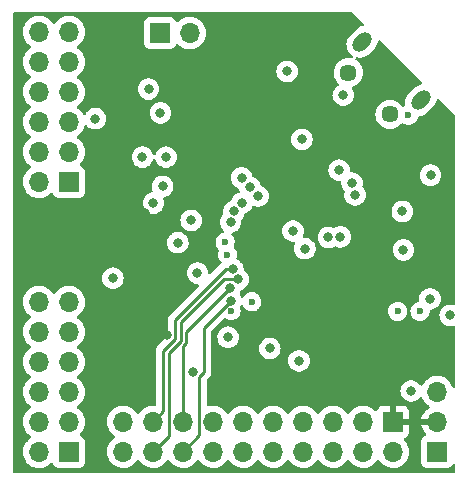
<source format=gbr>
%TF.GenerationSoftware,KiCad,Pcbnew,(6.0.0-0)*%
%TF.CreationDate,2023-01-16T12:19:11+01:00*%
%TF.ProjectId,core-v-mini-mcu-spiboot-fpga,636f7265-2d76-42d6-9d69-6e692d6d6375,rev?*%
%TF.SameCoordinates,Original*%
%TF.FileFunction,Copper,L2,Inr*%
%TF.FilePolarity,Positive*%
%FSLAX46Y46*%
G04 Gerber Fmt 4.6, Leading zero omitted, Abs format (unit mm)*
G04 Created by KiCad (PCBNEW (6.0.0-0)) date 2023-01-16 12:19:11*
%MOMM*%
%LPD*%
G01*
G04 APERTURE LIST*
G04 Aperture macros list*
%AMHorizOval*
0 Thick line with rounded ends*
0 $1 width*
0 $2 $3 position (X,Y) of the first rounded end (center of the circle)*
0 $4 $5 position (X,Y) of the second rounded end (center of the circle)*
0 Add line between two ends*
20,1,$1,$2,$3,$4,$5,0*
0 Add two circle primitives to create the rounded ends*
1,1,$1,$2,$3*
1,1,$1,$4,$5*%
G04 Aperture macros list end*
%TA.AperFunction,ComponentPad*%
%ADD10O,1.700000X1.700000*%
%TD*%
%TA.AperFunction,ComponentPad*%
%ADD11R,1.700000X1.700000*%
%TD*%
%TA.AperFunction,ComponentPad*%
%ADD12HorizOval,1.200000X-0.247487X-0.247487X0.247487X0.247487X0*%
%TD*%
%TA.AperFunction,ComponentPad*%
%ADD13HorizOval,1.200000X0.247487X0.247487X-0.247487X-0.247487X0*%
%TD*%
%TA.AperFunction,ComponentPad*%
%ADD14C,1.450000*%
%TD*%
%TA.AperFunction,ViaPad*%
%ADD15C,0.800000*%
%TD*%
%TA.AperFunction,ViaPad*%
%ADD16C,0.600000*%
%TD*%
%TA.AperFunction,Conductor*%
%ADD17C,0.250000*%
%TD*%
G04 APERTURE END LIST*
D10*
%TO.N,/3V3_LDO*%
%TO.C,J2*%
X112450000Y-104120000D03*
%TO.N,+3V3*%
X112450000Y-106660000D03*
D11*
%TO.N,/3V3_PMOD*%
X112450000Y-109200000D03*
%TD*%
D10*
%TO.N,/RX1*%
%TO.C,J1*%
X85852000Y-109205000D03*
%TO.N,/TX1*%
X85852000Y-106665000D03*
%TO.N,/A7*%
X88392000Y-109205000D03*
%TO.N,/A6*%
X88392000Y-106665000D03*
%TO.N,/B5*%
X90932000Y-109205000D03*
%TO.N,/SPI_CS*%
X90932000Y-106665000D03*
%TO.N,/C3*%
X93472000Y-109205000D03*
%TO.N,/C2*%
X93472000Y-106665000D03*
%TO.N,/C5*%
X96012000Y-109205000D03*
%TO.N,/C4*%
X96012000Y-106665000D03*
%TO.N,/C7*%
X98552000Y-109205000D03*
%TO.N,/C6*%
X98552000Y-106665000D03*
%TO.N,/D3*%
X101092000Y-109205000D03*
%TO.N,/D2*%
X101092000Y-106665000D03*
%TO.N,/D5*%
X103632000Y-109205000D03*
%TO.N,/D4*%
X103632000Y-106665000D03*
%TO.N,/D7*%
X106172000Y-109205000D03*
%TO.N,/D6*%
X106172000Y-106665000D03*
%TO.N,GND*%
X108712000Y-109205000D03*
D11*
%TO.N,+3V3*%
X108712000Y-106665000D03*
%TD*%
%TO.N,/FLASH_CS*%
%TO.C,JSPICS1*%
X88975000Y-73750000D03*
D10*
%TO.N,/iCE_SS_B*%
X91515000Y-73750000D03*
%TD*%
D11*
%TO.N,/3V3_PMOD*%
%TO.C,PMOD1*%
X81280000Y-109220000D03*
D10*
X78740000Y-109220000D03*
%TO.N,GND*%
X81280000Y-106680000D03*
X78740000Y-106680000D03*
%TO.N,/A5*%
X81280000Y-104140000D03*
%TO.N,/A4*%
X78740000Y-104140000D03*
%TO.N,/TMS*%
X81280000Y-101600000D03*
%TO.N,/TDO*%
X78740000Y-101600000D03*
%TO.N,/TDI*%
X81280000Y-99060000D03*
%TO.N,/TCK*%
X78740000Y-99060000D03*
%TO.N,/RX0*%
X81280000Y-96520000D03*
%TO.N,/TX0*%
X78740000Y-96520000D03*
%TD*%
D12*
%TO.N,Net-(P1-Pad6)*%
%TO.C,P1*%
X111078217Y-79425514D03*
D13*
X106128470Y-74475767D03*
D14*
X108461922Y-80627596D03*
X104926388Y-77092062D03*
%TD*%
D11*
%TO.N,/3V3_PMOD*%
%TO.C,PMOD2*%
X81280000Y-86360000D03*
D10*
X78740000Y-86360000D03*
%TO.N,GND*%
X81280000Y-83820000D03*
X78740000Y-83820000D03*
%TO.N,/iCE_CRESET*%
X81280000Y-81280000D03*
%TO.N,/iCE_CDONE*%
X78740000Y-81280000D03*
%TO.N,/FLASH_nHLD_nRST*%
X81280000Y-78740000D03*
%TO.N,/FLASH_nWP*%
X78740000Y-78740000D03*
%TO.N,/FLASH_MISO*%
X81280000Y-76200000D03*
%TO.N,/FLASH_MOSI*%
X78740000Y-76200000D03*
%TO.N,/FLASH_SCK*%
X81280000Y-73660000D03*
%TO.N,/FLASH_CS*%
X78740000Y-73660000D03*
%TD*%
D15*
%TO.N,GND*%
X87500000Y-84250000D03*
D16*
%TO.N,/RX1*%
X96750000Y-96500000D03*
%TO.N,/TX1*%
X95000000Y-97250000D03*
D15*
%TO.N,+3V3*%
X85200000Y-87350000D03*
D16*
%TO.N,/A4*%
X94500000Y-91450000D03*
%TO.N,/A5*%
X94700000Y-92500000D03*
D15*
%TO.N,GND*%
X110250000Y-104050000D03*
X111850000Y-96250000D03*
X113550000Y-97650000D03*
D16*
%TO.N,+5V*%
X111000000Y-97300000D03*
X109100000Y-97300000D03*
X110000000Y-80700000D03*
D15*
%TO.N,GND*%
X105250000Y-86450000D03*
X104150000Y-85350000D03*
X104250000Y-91000000D03*
X109600000Y-92100000D03*
X109500000Y-88850000D03*
%TO.N,/VCORE*%
X105500000Y-87450000D03*
X103250000Y-91050000D03*
%TO.N,+3V3*%
X106250000Y-83050000D03*
%TO.N,/VCORE*%
X101250000Y-92000000D03*
X92160180Y-94072795D03*
X97283226Y-87535325D03*
%TO.N,GND*%
X96598430Y-86807273D03*
X94750000Y-99500000D03*
X85000000Y-94500000D03*
X91739375Y-102464514D03*
X101000000Y-82750000D03*
X100250000Y-90500000D03*
X89500000Y-84250000D03*
X99750000Y-77000000D03*
X100750000Y-101500000D03*
X111888123Y-85778922D03*
X91626968Y-89610996D03*
X104500000Y-79000000D03*
X90500000Y-91500000D03*
X83500000Y-81000000D03*
X98275979Y-100447559D03*
%TO.N,+3V3*%
X96250000Y-75500000D03*
X95500000Y-80750000D03*
X97250000Y-99750000D03*
X90250000Y-83000000D03*
X98250000Y-94750000D03*
X89593557Y-99324675D03*
X87825500Y-100973019D03*
X87750000Y-89000000D03*
X104250000Y-81250000D03*
X92750000Y-84000000D03*
%TO.N,/A6*%
X95152962Y-93765920D03*
%TO.N,/A7*%
X95593575Y-94607000D03*
%TO.N,/B5*%
X94980361Y-96400725D03*
%TO.N,/iCE_SS_B*%
X88424500Y-88146516D03*
%TO.N,/TCK*%
X95896260Y-86004568D03*
%TO.N,/TDI*%
X95900892Y-88156858D03*
%TO.N,/TDO*%
X95255997Y-88853755D03*
%TO.N,/TMS*%
X94959746Y-89755858D03*
%TO.N,/FLASH_MOSI*%
X89025500Y-80500000D03*
X89215479Y-86721961D03*
%TO.N,/FLASH_nHLD_nRST*%
X88012299Y-78487701D03*
%TO.N,/SPI_CS*%
X94931511Y-95344608D03*
%TD*%
D17*
%TO.N,/B5*%
X92699510Y-98681576D02*
X94980361Y-96400725D01*
X90932000Y-109188000D02*
X92297489Y-107822511D01*
X92297489Y-107822511D02*
X92297489Y-102860290D01*
X92297489Y-102860290D02*
X92699510Y-102458269D01*
X92699510Y-102458269D02*
X92699510Y-98681576D01*
%TO.N,/A6*%
X90294958Y-98044738D02*
X94573776Y-93765920D01*
%TO.N,/A7*%
X89724501Y-107855499D02*
X89724501Y-100819677D01*
X94368400Y-94607000D02*
X95593575Y-94607000D01*
X90744469Y-98230931D02*
X94368400Y-94607000D01*
%TO.N,/A6*%
X89274599Y-100633875D02*
X90294958Y-99613516D01*
X89274599Y-105765401D02*
X89274599Y-100633875D01*
X94573776Y-93765920D02*
X95152962Y-93765920D01*
X90294958Y-99613516D02*
X90294958Y-98044738D01*
%TO.N,/A7*%
X88392000Y-109188000D02*
X89724501Y-107855499D01*
X89724501Y-100819677D02*
X90744469Y-99799709D01*
X90744469Y-99799709D02*
X90744469Y-98230931D01*
%TO.N,/A6*%
X88392000Y-106648000D02*
X89274599Y-105765401D01*
%TO.N,/SPI_CS*%
X91193979Y-99082140D02*
X94931511Y-95344608D01*
X90931994Y-106647994D02*
X90931994Y-100247887D01*
X91193980Y-99985901D02*
X91193979Y-99082140D01*
X90932000Y-106648000D02*
X90931994Y-106647994D01*
X90931994Y-100247887D02*
X91193980Y-99985901D01*
%TD*%
%TA.AperFunction,Conductor*%
%TO.N,+3V3*%
G36*
X105305511Y-72028002D02*
G01*
X105326485Y-72044905D01*
X106212371Y-72930791D01*
X106246397Y-72993103D01*
X106241332Y-73063918D01*
X106198785Y-73120754D01*
X106149796Y-73143063D01*
X106039255Y-73166862D01*
X106033743Y-73169207D01*
X106033741Y-73169208D01*
X105986511Y-73189305D01*
X105844621Y-73249680D01*
X105669158Y-73367808D01*
X105665033Y-73371549D01*
X105059787Y-73976794D01*
X104958903Y-74098959D01*
X104857487Y-74284583D01*
X104814211Y-74419778D01*
X104799576Y-74465499D01*
X104793002Y-74486035D01*
X104792288Y-74491981D01*
X104770588Y-74672618D01*
X104767773Y-74696047D01*
X104768196Y-74702022D01*
X104768196Y-74702025D01*
X104779852Y-74866632D01*
X104782713Y-74907042D01*
X104784260Y-74912835D01*
X104784260Y-74912836D01*
X104834929Y-75102598D01*
X104837280Y-75111404D01*
X104839894Y-75116799D01*
X104839895Y-75116802D01*
X104883533Y-75206870D01*
X104929507Y-75301761D01*
X105056066Y-75471244D01*
X105212389Y-75613736D01*
X105217503Y-75616864D01*
X105217506Y-75616866D01*
X105277559Y-75653594D01*
X105325236Y-75706200D01*
X105336904Y-75776231D01*
X105308858Y-75841453D01*
X105250002Y-75881159D01*
X105179207Y-75882791D01*
X105146716Y-75874085D01*
X105146714Y-75874085D01*
X105141401Y-75872661D01*
X104926388Y-75853850D01*
X104711375Y-75872661D01*
X104706062Y-75874085D01*
X104706060Y-75874085D01*
X104508205Y-75927100D01*
X104508203Y-75927101D01*
X104502895Y-75928523D01*
X104497914Y-75930845D01*
X104497913Y-75930846D01*
X104312269Y-76017413D01*
X104312264Y-76017416D01*
X104307282Y-76019739D01*
X104208294Y-76089052D01*
X104144257Y-76133891D01*
X104130481Y-76143537D01*
X103977863Y-76296155D01*
X103974706Y-76300663D01*
X103974704Y-76300666D01*
X103923378Y-76373968D01*
X103854065Y-76472956D01*
X103851742Y-76477938D01*
X103851739Y-76477943D01*
X103778629Y-76634729D01*
X103762849Y-76668569D01*
X103761427Y-76673877D01*
X103761426Y-76673879D01*
X103708411Y-76871734D01*
X103706987Y-76877049D01*
X103688176Y-77092062D01*
X103706987Y-77307075D01*
X103708411Y-77312388D01*
X103708411Y-77312390D01*
X103754222Y-77483357D01*
X103762849Y-77515555D01*
X103765171Y-77520536D01*
X103765172Y-77520537D01*
X103851739Y-77706181D01*
X103851742Y-77706186D01*
X103854065Y-77711168D01*
X103874147Y-77739848D01*
X103972660Y-77880538D01*
X103977863Y-77887969D01*
X104090421Y-78000527D01*
X104124447Y-78062839D01*
X104119382Y-78133654D01*
X104076835Y-78190490D01*
X104052578Y-78204727D01*
X104049285Y-78206193D01*
X104049276Y-78206198D01*
X104043248Y-78208882D01*
X103888747Y-78321134D01*
X103760960Y-78463056D01*
X103665473Y-78628444D01*
X103606458Y-78810072D01*
X103605768Y-78816633D01*
X103605768Y-78816635D01*
X103594426Y-78924547D01*
X103586496Y-79000000D01*
X103587186Y-79006565D01*
X103604003Y-79166567D01*
X103606458Y-79189928D01*
X103665473Y-79371556D01*
X103668776Y-79377278D01*
X103668777Y-79377279D01*
X103687449Y-79409619D01*
X103760960Y-79536944D01*
X103888747Y-79678866D01*
X104043248Y-79791118D01*
X104049276Y-79793802D01*
X104049278Y-79793803D01*
X104211681Y-79866109D01*
X104217712Y-79868794D01*
X104311113Y-79888647D01*
X104398056Y-79907128D01*
X104398061Y-79907128D01*
X104404513Y-79908500D01*
X104595487Y-79908500D01*
X104601939Y-79907128D01*
X104601944Y-79907128D01*
X104688887Y-79888647D01*
X104782288Y-79868794D01*
X104788319Y-79866109D01*
X104950722Y-79793803D01*
X104950724Y-79793802D01*
X104956752Y-79791118D01*
X105111253Y-79678866D01*
X105239040Y-79536944D01*
X105312551Y-79409619D01*
X105331223Y-79377279D01*
X105331224Y-79377278D01*
X105334527Y-79371556D01*
X105393542Y-79189928D01*
X105395998Y-79166567D01*
X105412814Y-79006565D01*
X105413504Y-79000000D01*
X105405574Y-78924547D01*
X105394232Y-78816635D01*
X105394232Y-78816633D01*
X105393542Y-78810072D01*
X105334527Y-78628444D01*
X105239040Y-78463056D01*
X105237455Y-78461296D01*
X105214125Y-78395910D01*
X105230204Y-78326758D01*
X105281117Y-78277277D01*
X105307309Y-78267008D01*
X105344569Y-78257025D01*
X105344576Y-78257023D01*
X105349881Y-78255601D01*
X105354863Y-78253278D01*
X105540507Y-78166711D01*
X105540512Y-78166708D01*
X105545494Y-78164385D01*
X105647739Y-78092792D01*
X105717784Y-78043746D01*
X105717787Y-78043744D01*
X105722295Y-78040587D01*
X105874913Y-77887969D01*
X105880117Y-77880538D01*
X105978629Y-77739848D01*
X105998711Y-77711168D01*
X106001034Y-77706186D01*
X106001037Y-77706181D01*
X106087604Y-77520537D01*
X106087605Y-77520536D01*
X106089927Y-77515555D01*
X106098555Y-77483357D01*
X106144365Y-77312390D01*
X106144365Y-77312388D01*
X106145789Y-77307075D01*
X106164600Y-77092062D01*
X106145789Y-76877049D01*
X106144365Y-76871734D01*
X106091350Y-76673879D01*
X106091349Y-76673877D01*
X106089927Y-76668569D01*
X106074147Y-76634729D01*
X106001037Y-76477943D01*
X106001034Y-76477938D01*
X105998711Y-76472956D01*
X105929398Y-76373968D01*
X105878072Y-76300666D01*
X105878070Y-76300663D01*
X105874913Y-76296155D01*
X105722295Y-76143537D01*
X105717784Y-76140378D01*
X105572275Y-76038491D01*
X105527947Y-75983034D01*
X105520638Y-75912414D01*
X105552669Y-75849054D01*
X105613870Y-75813069D01*
X105665666Y-75811061D01*
X105799429Y-75833806D01*
X105878584Y-75832079D01*
X106004902Y-75829322D01*
X106004903Y-75829322D01*
X106010900Y-75829191D01*
X106016760Y-75827929D01*
X106016763Y-75827929D01*
X106154162Y-75798348D01*
X106217685Y-75784672D01*
X106223197Y-75782327D01*
X106223199Y-75782326D01*
X106389870Y-75711406D01*
X106412319Y-75701854D01*
X106587782Y-75583726D01*
X106591907Y-75579985D01*
X107197153Y-74974740D01*
X107206633Y-74963261D01*
X107253058Y-74907042D01*
X107298037Y-74852575D01*
X107399453Y-74666951D01*
X107463938Y-74465499D01*
X107464653Y-74459543D01*
X107465014Y-74457890D01*
X107499069Y-74395594D01*
X107561398Y-74361599D01*
X107632211Y-74366697D01*
X107677217Y-74395637D01*
X111162118Y-77880538D01*
X111196144Y-77942850D01*
X111191079Y-78013665D01*
X111148532Y-78070501D01*
X111099543Y-78092810D01*
X110989002Y-78116609D01*
X110983490Y-78118954D01*
X110983488Y-78118955D01*
X110954697Y-78131206D01*
X110794368Y-78199427D01*
X110618905Y-78317555D01*
X110614780Y-78321296D01*
X110009534Y-78926541D01*
X109908650Y-79048706D01*
X109807234Y-79234330D01*
X109770263Y-79349829D01*
X109749323Y-79415246D01*
X109742749Y-79435782D01*
X109739073Y-79466380D01*
X109720200Y-79623489D01*
X109717520Y-79645794D01*
X109717943Y-79651769D01*
X109717943Y-79651772D01*
X109719862Y-79678866D01*
X109729936Y-79821134D01*
X109731211Y-79839145D01*
X109716071Y-79908509D01*
X109665833Y-79958675D01*
X109660011Y-79961628D01*
X109653579Y-79963818D01*
X109647580Y-79967509D01*
X109641204Y-79970509D01*
X109640411Y-79968824D01*
X109580930Y-79985020D01*
X109513218Y-79963676D01*
X109480207Y-79931316D01*
X109413606Y-79836200D01*
X109413604Y-79836197D01*
X109410447Y-79831689D01*
X109257829Y-79679071D01*
X109081028Y-79555273D01*
X109076046Y-79552950D01*
X109076041Y-79552947D01*
X108890397Y-79466380D01*
X108890396Y-79466379D01*
X108885415Y-79464057D01*
X108880107Y-79462635D01*
X108880105Y-79462634D01*
X108682250Y-79409619D01*
X108682248Y-79409619D01*
X108676935Y-79408195D01*
X108461922Y-79389384D01*
X108246909Y-79408195D01*
X108241596Y-79409619D01*
X108241594Y-79409619D01*
X108043739Y-79462634D01*
X108043737Y-79462635D01*
X108038429Y-79464057D01*
X108033448Y-79466379D01*
X108033447Y-79466380D01*
X107847803Y-79552947D01*
X107847798Y-79552950D01*
X107842816Y-79555273D01*
X107666015Y-79679071D01*
X107513397Y-79831689D01*
X107510240Y-79836197D01*
X107510238Y-79836200D01*
X107486455Y-79870166D01*
X107389599Y-80008490D01*
X107387276Y-80013472D01*
X107387273Y-80013477D01*
X107321508Y-80154511D01*
X107298383Y-80204103D01*
X107296961Y-80209411D01*
X107296960Y-80209413D01*
X107265709Y-80326045D01*
X107242521Y-80412583D01*
X107223710Y-80627596D01*
X107242521Y-80842609D01*
X107243945Y-80847922D01*
X107243945Y-80847924D01*
X107282935Y-80993435D01*
X107298383Y-81051089D01*
X107300705Y-81056070D01*
X107300706Y-81056071D01*
X107387273Y-81241715D01*
X107387276Y-81241720D01*
X107389599Y-81246702D01*
X107417982Y-81287237D01*
X107508568Y-81416606D01*
X107513397Y-81423503D01*
X107666015Y-81576121D01*
X107842816Y-81699919D01*
X107847798Y-81702242D01*
X107847803Y-81702245D01*
X108033447Y-81788812D01*
X108038429Y-81791135D01*
X108043737Y-81792557D01*
X108043739Y-81792558D01*
X108241594Y-81845573D01*
X108241596Y-81845573D01*
X108246909Y-81846997D01*
X108461922Y-81865808D01*
X108676935Y-81846997D01*
X108682248Y-81845573D01*
X108682250Y-81845573D01*
X108880105Y-81792558D01*
X108880107Y-81792557D01*
X108885415Y-81791135D01*
X108890397Y-81788812D01*
X109076041Y-81702245D01*
X109076046Y-81702242D01*
X109081028Y-81699919D01*
X109257829Y-81576121D01*
X109410447Y-81423503D01*
X109413600Y-81419000D01*
X109415609Y-81416606D01*
X109474720Y-81377282D01*
X109545708Y-81376158D01*
X109581119Y-81392168D01*
X109633159Y-81426222D01*
X109639763Y-81428678D01*
X109639765Y-81428679D01*
X109796558Y-81486990D01*
X109796560Y-81486990D01*
X109803168Y-81489448D01*
X109886995Y-81500633D01*
X109975980Y-81512507D01*
X109975984Y-81512507D01*
X109982961Y-81513438D01*
X109989972Y-81512800D01*
X109989976Y-81512800D01*
X110132459Y-81499832D01*
X110163600Y-81496998D01*
X110170302Y-81494820D01*
X110170304Y-81494820D01*
X110329409Y-81443124D01*
X110329412Y-81443123D01*
X110336108Y-81440947D01*
X110461650Y-81366109D01*
X110485860Y-81351677D01*
X110485862Y-81351676D01*
X110491912Y-81348069D01*
X110623266Y-81222982D01*
X110723643Y-81071902D01*
X110788055Y-80902338D01*
X110790009Y-80888435D01*
X110819296Y-80823761D01*
X110878899Y-80785187D01*
X110912034Y-80779999D01*
X110954649Y-80779069D01*
X110954650Y-80779069D01*
X110960647Y-80778938D01*
X110966507Y-80777676D01*
X110966510Y-80777676D01*
X111081437Y-80752933D01*
X111167432Y-80734419D01*
X111172944Y-80732074D01*
X111172946Y-80732073D01*
X111287416Y-80683365D01*
X111362066Y-80651601D01*
X111537529Y-80533473D01*
X111541654Y-80529732D01*
X112146900Y-79924487D01*
X112158124Y-79910896D01*
X112192891Y-79868794D01*
X112247784Y-79802322D01*
X112349200Y-79616698D01*
X112413685Y-79415246D01*
X112414400Y-79409290D01*
X112414761Y-79407637D01*
X112448816Y-79345341D01*
X112511145Y-79311346D01*
X112581958Y-79316444D01*
X112626964Y-79345384D01*
X113955095Y-80673515D01*
X113989121Y-80735827D01*
X113992000Y-80762610D01*
X113992000Y-96660401D01*
X113971998Y-96728522D01*
X113918342Y-96775015D01*
X113848068Y-96785119D01*
X113833430Y-96781714D01*
X113832288Y-96781206D01*
X113801021Y-96774560D01*
X113651944Y-96742872D01*
X113651939Y-96742872D01*
X113645487Y-96741500D01*
X113454513Y-96741500D01*
X113448061Y-96742872D01*
X113448056Y-96742872D01*
X113362190Y-96761124D01*
X113267712Y-96781206D01*
X113261682Y-96783891D01*
X113261681Y-96783891D01*
X113099278Y-96856197D01*
X113099276Y-96856198D01*
X113093248Y-96858882D01*
X113087907Y-96862762D01*
X113087906Y-96862763D01*
X113067247Y-96877773D01*
X112938747Y-96971134D01*
X112934326Y-96976044D01*
X112934325Y-96976045D01*
X112873316Y-97043803D01*
X112810960Y-97113056D01*
X112783726Y-97160227D01*
X112721066Y-97268757D01*
X112715473Y-97278444D01*
X112656458Y-97460072D01*
X112655768Y-97466633D01*
X112655768Y-97466635D01*
X112646215Y-97557529D01*
X112636496Y-97650000D01*
X112637186Y-97656565D01*
X112655188Y-97827841D01*
X112656458Y-97839928D01*
X112715473Y-98021556D01*
X112718776Y-98027278D01*
X112718777Y-98027279D01*
X112749537Y-98080557D01*
X112810960Y-98186944D01*
X112938747Y-98328866D01*
X113093248Y-98441118D01*
X113099276Y-98443802D01*
X113099278Y-98443803D01*
X113261681Y-98516109D01*
X113267712Y-98518794D01*
X113361113Y-98538647D01*
X113448056Y-98557128D01*
X113448061Y-98557128D01*
X113454513Y-98558500D01*
X113645487Y-98558500D01*
X113651939Y-98557128D01*
X113651944Y-98557128D01*
X113825833Y-98520166D01*
X113825832Y-98520166D01*
X113827809Y-98519746D01*
X113827811Y-98519746D01*
X113832288Y-98518794D01*
X113832462Y-98519613D01*
X113898028Y-98517738D01*
X113958827Y-98554398D01*
X113990154Y-98618110D01*
X113992000Y-98639599D01*
X113992000Y-103663403D01*
X113971998Y-103731524D01*
X113918342Y-103778017D01*
X113848068Y-103788121D01*
X113783488Y-103758627D01*
X113743796Y-103694098D01*
X113741692Y-103685722D01*
X113741692Y-103685721D01*
X113740431Y-103680702D01*
X113651354Y-103475840D01*
X113574053Y-103356351D01*
X113532822Y-103292617D01*
X113532820Y-103292614D01*
X113530014Y-103288277D01*
X113379670Y-103123051D01*
X113375619Y-103119852D01*
X113375615Y-103119848D01*
X113208414Y-102987800D01*
X113208410Y-102987798D01*
X113204359Y-102984598D01*
X113008789Y-102876638D01*
X113003920Y-102874914D01*
X113003916Y-102874912D01*
X112803087Y-102803795D01*
X112803083Y-102803794D01*
X112798212Y-102802069D01*
X112793119Y-102801162D01*
X112793116Y-102801161D01*
X112583373Y-102763800D01*
X112583367Y-102763799D01*
X112578284Y-102762894D01*
X112504452Y-102761992D01*
X112360081Y-102760228D01*
X112360079Y-102760228D01*
X112354911Y-102760165D01*
X112134091Y-102793955D01*
X111921756Y-102863357D01*
X111723607Y-102966507D01*
X111719474Y-102969610D01*
X111719471Y-102969612D01*
X111564738Y-103085789D01*
X111544965Y-103100635D01*
X111390629Y-103262138D01*
X111387715Y-103266410D01*
X111387714Y-103266411D01*
X111326361Y-103356351D01*
X111264743Y-103446680D01*
X111231278Y-103518774D01*
X111226917Y-103528170D01*
X111180092Y-103581536D01*
X111111849Y-103601117D01*
X111043854Y-103580693D01*
X111003510Y-103538119D01*
X110992341Y-103518774D01*
X110989040Y-103513056D01*
X110861253Y-103371134D01*
X110738761Y-103282138D01*
X110712094Y-103262763D01*
X110712093Y-103262762D01*
X110706752Y-103258882D01*
X110700724Y-103256198D01*
X110700722Y-103256197D01*
X110538319Y-103183891D01*
X110538318Y-103183891D01*
X110532288Y-103181206D01*
X110438887Y-103161353D01*
X110351944Y-103142872D01*
X110351939Y-103142872D01*
X110345487Y-103141500D01*
X110154513Y-103141500D01*
X110148061Y-103142872D01*
X110148056Y-103142872D01*
X110061112Y-103161353D01*
X109967712Y-103181206D01*
X109961682Y-103183891D01*
X109961681Y-103183891D01*
X109799278Y-103256197D01*
X109799276Y-103256198D01*
X109793248Y-103258882D01*
X109787907Y-103262762D01*
X109787906Y-103262763D01*
X109761239Y-103282138D01*
X109638747Y-103371134D01*
X109510960Y-103513056D01*
X109415473Y-103678444D01*
X109356458Y-103860072D01*
X109336496Y-104050000D01*
X109356458Y-104239928D01*
X109415473Y-104421556D01*
X109510960Y-104586944D01*
X109515378Y-104591851D01*
X109515379Y-104591852D01*
X109521894Y-104599088D01*
X109638747Y-104728866D01*
X109793248Y-104841118D01*
X109799276Y-104843802D01*
X109799278Y-104843803D01*
X109961681Y-104916109D01*
X109967712Y-104918794D01*
X110061112Y-104938647D01*
X110148056Y-104957128D01*
X110148061Y-104957128D01*
X110154513Y-104958500D01*
X110345487Y-104958500D01*
X110351939Y-104957128D01*
X110351944Y-104957128D01*
X110438888Y-104938647D01*
X110532288Y-104918794D01*
X110538319Y-104916109D01*
X110700722Y-104843803D01*
X110700724Y-104843802D01*
X110706752Y-104841118D01*
X110861253Y-104728866D01*
X110981370Y-104595462D01*
X111041815Y-104558223D01*
X111112798Y-104559575D01*
X111171783Y-104599088D01*
X111191748Y-104632369D01*
X111233266Y-104734616D01*
X111235965Y-104739020D01*
X111344485Y-104916109D01*
X111349987Y-104925088D01*
X111496250Y-105093938D01*
X111668126Y-105236632D01*
X111702352Y-105256632D01*
X111741955Y-105279774D01*
X111790679Y-105331412D01*
X111803750Y-105401195D01*
X111777019Y-105466967D01*
X111736562Y-105500327D01*
X111728457Y-105504546D01*
X111719738Y-105510036D01*
X111549433Y-105637905D01*
X111541726Y-105644748D01*
X111394590Y-105798717D01*
X111388104Y-105806727D01*
X111268098Y-105982649D01*
X111263000Y-105991623D01*
X111173338Y-106184783D01*
X111169775Y-106194470D01*
X111114389Y-106394183D01*
X111115912Y-106402607D01*
X111128292Y-106406000D01*
X112578000Y-106406000D01*
X112646121Y-106426002D01*
X112692614Y-106479658D01*
X112704000Y-106532000D01*
X112704000Y-106788000D01*
X112683998Y-106856121D01*
X112630342Y-106902614D01*
X112578000Y-106914000D01*
X111133225Y-106914000D01*
X111119694Y-106917973D01*
X111118257Y-106927966D01*
X111148565Y-107062446D01*
X111151645Y-107072275D01*
X111231770Y-107269603D01*
X111236413Y-107278794D01*
X111347694Y-107460388D01*
X111353777Y-107468699D01*
X111493213Y-107629667D01*
X111500577Y-107636879D01*
X111505522Y-107640985D01*
X111545156Y-107699889D01*
X111546653Y-107770870D01*
X111509537Y-107831392D01*
X111469264Y-107855910D01*
X111361705Y-107896232D01*
X111361704Y-107896233D01*
X111353295Y-107899385D01*
X111236739Y-107986739D01*
X111149385Y-108103295D01*
X111098255Y-108239684D01*
X111091500Y-108301866D01*
X111091500Y-110098134D01*
X111098255Y-110160316D01*
X111149385Y-110296705D01*
X111236739Y-110413261D01*
X111353295Y-110500615D01*
X111489684Y-110551745D01*
X111551866Y-110558500D01*
X113348134Y-110558500D01*
X113410316Y-110551745D01*
X113546705Y-110500615D01*
X113663261Y-110413261D01*
X113741927Y-110308297D01*
X113745231Y-110303889D01*
X113745231Y-110303888D01*
X113750615Y-110296705D01*
X113753767Y-110288297D01*
X113755480Y-110285169D01*
X113805738Y-110235023D01*
X113875129Y-110220009D01*
X113941622Y-110244894D01*
X113984105Y-110301778D01*
X113992000Y-110345678D01*
X113992000Y-110866000D01*
X113971998Y-110934121D01*
X113918342Y-110980614D01*
X113866000Y-110992000D01*
X76634000Y-110992000D01*
X76565879Y-110971998D01*
X76519386Y-110918342D01*
X76508000Y-110866000D01*
X76508000Y-109186695D01*
X77377251Y-109186695D01*
X77390110Y-109409715D01*
X77391247Y-109414761D01*
X77391248Y-109414767D01*
X77407739Y-109487939D01*
X77439222Y-109627639D01*
X77523266Y-109834616D01*
X77525965Y-109839020D01*
X77628099Y-110005688D01*
X77639987Y-110025088D01*
X77786250Y-110193938D01*
X77958126Y-110336632D01*
X78151000Y-110449338D01*
X78359692Y-110529030D01*
X78364760Y-110530061D01*
X78364763Y-110530062D01*
X78471339Y-110551745D01*
X78578597Y-110573567D01*
X78583772Y-110573757D01*
X78583774Y-110573757D01*
X78796673Y-110581564D01*
X78796677Y-110581564D01*
X78801837Y-110581753D01*
X78806957Y-110581097D01*
X78806959Y-110581097D01*
X79018288Y-110554025D01*
X79018289Y-110554025D01*
X79023416Y-110553368D01*
X79038072Y-110548971D01*
X79232429Y-110490661D01*
X79232434Y-110490659D01*
X79237384Y-110489174D01*
X79437994Y-110390896D01*
X79619860Y-110261173D01*
X79728091Y-110153319D01*
X79790462Y-110119404D01*
X79861268Y-110124592D01*
X79918030Y-110167238D01*
X79935012Y-110198341D01*
X79957201Y-110257529D01*
X79979385Y-110316705D01*
X80066739Y-110433261D01*
X80183295Y-110520615D01*
X80319684Y-110571745D01*
X80381866Y-110578500D01*
X82178134Y-110578500D01*
X82240316Y-110571745D01*
X82376705Y-110520615D01*
X82493261Y-110433261D01*
X82580615Y-110316705D01*
X82631745Y-110180316D01*
X82638500Y-110118134D01*
X82638500Y-109171695D01*
X84489251Y-109171695D01*
X84489548Y-109176848D01*
X84489548Y-109176851D01*
X84495011Y-109271590D01*
X84502110Y-109394715D01*
X84503247Y-109399761D01*
X84503248Y-109399767D01*
X84505490Y-109409715D01*
X84551222Y-109612639D01*
X84635266Y-109819616D01*
X84681877Y-109895678D01*
X84749291Y-110005688D01*
X84751987Y-110010088D01*
X84898250Y-110178938D01*
X85070126Y-110321632D01*
X85263000Y-110434338D01*
X85471692Y-110514030D01*
X85476760Y-110515061D01*
X85476763Y-110515062D01*
X85550491Y-110530062D01*
X85690597Y-110558567D01*
X85695772Y-110558757D01*
X85695774Y-110558757D01*
X85908673Y-110566564D01*
X85908677Y-110566564D01*
X85913837Y-110566753D01*
X85918957Y-110566097D01*
X85918959Y-110566097D01*
X86130288Y-110539025D01*
X86130289Y-110539025D01*
X86135416Y-110538368D01*
X86140366Y-110536883D01*
X86344429Y-110475661D01*
X86344434Y-110475659D01*
X86349384Y-110474174D01*
X86549994Y-110375896D01*
X86731860Y-110246173D01*
X86779860Y-110198341D01*
X86825901Y-110152460D01*
X86890096Y-110088489D01*
X86949594Y-110005689D01*
X87020453Y-109907077D01*
X87021776Y-109908028D01*
X87068645Y-109864857D01*
X87138580Y-109852625D01*
X87204026Y-109880144D01*
X87231875Y-109911994D01*
X87291987Y-110010088D01*
X87438250Y-110178938D01*
X87610126Y-110321632D01*
X87803000Y-110434338D01*
X88011692Y-110514030D01*
X88016760Y-110515061D01*
X88016763Y-110515062D01*
X88090491Y-110530062D01*
X88230597Y-110558567D01*
X88235772Y-110558757D01*
X88235774Y-110558757D01*
X88448673Y-110566564D01*
X88448677Y-110566564D01*
X88453837Y-110566753D01*
X88458957Y-110566097D01*
X88458959Y-110566097D01*
X88670288Y-110539025D01*
X88670289Y-110539025D01*
X88675416Y-110538368D01*
X88680366Y-110536883D01*
X88884429Y-110475661D01*
X88884434Y-110475659D01*
X88889384Y-110474174D01*
X89089994Y-110375896D01*
X89271860Y-110246173D01*
X89319860Y-110198341D01*
X89365901Y-110152460D01*
X89430096Y-110088489D01*
X89489594Y-110005689D01*
X89560453Y-109907077D01*
X89561776Y-109908028D01*
X89608645Y-109864857D01*
X89678580Y-109852625D01*
X89744026Y-109880144D01*
X89771875Y-109911994D01*
X89831987Y-110010088D01*
X89978250Y-110178938D01*
X90150126Y-110321632D01*
X90343000Y-110434338D01*
X90551692Y-110514030D01*
X90556760Y-110515061D01*
X90556763Y-110515062D01*
X90630491Y-110530062D01*
X90770597Y-110558567D01*
X90775772Y-110558757D01*
X90775774Y-110558757D01*
X90988673Y-110566564D01*
X90988677Y-110566564D01*
X90993837Y-110566753D01*
X90998957Y-110566097D01*
X90998959Y-110566097D01*
X91210288Y-110539025D01*
X91210289Y-110539025D01*
X91215416Y-110538368D01*
X91220366Y-110536883D01*
X91424429Y-110475661D01*
X91424434Y-110475659D01*
X91429384Y-110474174D01*
X91629994Y-110375896D01*
X91811860Y-110246173D01*
X91859860Y-110198341D01*
X91905901Y-110152460D01*
X91970096Y-110088489D01*
X92029594Y-110005689D01*
X92100453Y-109907077D01*
X92101776Y-109908028D01*
X92148645Y-109864857D01*
X92218580Y-109852625D01*
X92284026Y-109880144D01*
X92311875Y-109911994D01*
X92371987Y-110010088D01*
X92518250Y-110178938D01*
X92690126Y-110321632D01*
X92883000Y-110434338D01*
X93091692Y-110514030D01*
X93096760Y-110515061D01*
X93096763Y-110515062D01*
X93170491Y-110530062D01*
X93310597Y-110558567D01*
X93315772Y-110558757D01*
X93315774Y-110558757D01*
X93528673Y-110566564D01*
X93528677Y-110566564D01*
X93533837Y-110566753D01*
X93538957Y-110566097D01*
X93538959Y-110566097D01*
X93750288Y-110539025D01*
X93750289Y-110539025D01*
X93755416Y-110538368D01*
X93760366Y-110536883D01*
X93964429Y-110475661D01*
X93964434Y-110475659D01*
X93969384Y-110474174D01*
X94169994Y-110375896D01*
X94351860Y-110246173D01*
X94399860Y-110198341D01*
X94445901Y-110152460D01*
X94510096Y-110088489D01*
X94569594Y-110005689D01*
X94640453Y-109907077D01*
X94641776Y-109908028D01*
X94688645Y-109864857D01*
X94758580Y-109852625D01*
X94824026Y-109880144D01*
X94851875Y-109911994D01*
X94911987Y-110010088D01*
X95058250Y-110178938D01*
X95230126Y-110321632D01*
X95423000Y-110434338D01*
X95631692Y-110514030D01*
X95636760Y-110515061D01*
X95636763Y-110515062D01*
X95710491Y-110530062D01*
X95850597Y-110558567D01*
X95855772Y-110558757D01*
X95855774Y-110558757D01*
X96068673Y-110566564D01*
X96068677Y-110566564D01*
X96073837Y-110566753D01*
X96078957Y-110566097D01*
X96078959Y-110566097D01*
X96290288Y-110539025D01*
X96290289Y-110539025D01*
X96295416Y-110538368D01*
X96300366Y-110536883D01*
X96504429Y-110475661D01*
X96504434Y-110475659D01*
X96509384Y-110474174D01*
X96709994Y-110375896D01*
X96891860Y-110246173D01*
X96939860Y-110198341D01*
X96985901Y-110152460D01*
X97050096Y-110088489D01*
X97109594Y-110005689D01*
X97180453Y-109907077D01*
X97181776Y-109908028D01*
X97228645Y-109864857D01*
X97298580Y-109852625D01*
X97364026Y-109880144D01*
X97391875Y-109911994D01*
X97451987Y-110010088D01*
X97598250Y-110178938D01*
X97770126Y-110321632D01*
X97963000Y-110434338D01*
X98171692Y-110514030D01*
X98176760Y-110515061D01*
X98176763Y-110515062D01*
X98250491Y-110530062D01*
X98390597Y-110558567D01*
X98395772Y-110558757D01*
X98395774Y-110558757D01*
X98608673Y-110566564D01*
X98608677Y-110566564D01*
X98613837Y-110566753D01*
X98618957Y-110566097D01*
X98618959Y-110566097D01*
X98830288Y-110539025D01*
X98830289Y-110539025D01*
X98835416Y-110538368D01*
X98840366Y-110536883D01*
X99044429Y-110475661D01*
X99044434Y-110475659D01*
X99049384Y-110474174D01*
X99249994Y-110375896D01*
X99431860Y-110246173D01*
X99479860Y-110198341D01*
X99525901Y-110152460D01*
X99590096Y-110088489D01*
X99649594Y-110005689D01*
X99720453Y-109907077D01*
X99721776Y-109908028D01*
X99768645Y-109864857D01*
X99838580Y-109852625D01*
X99904026Y-109880144D01*
X99931875Y-109911994D01*
X99991987Y-110010088D01*
X100138250Y-110178938D01*
X100310126Y-110321632D01*
X100503000Y-110434338D01*
X100711692Y-110514030D01*
X100716760Y-110515061D01*
X100716763Y-110515062D01*
X100790491Y-110530062D01*
X100930597Y-110558567D01*
X100935772Y-110558757D01*
X100935774Y-110558757D01*
X101148673Y-110566564D01*
X101148677Y-110566564D01*
X101153837Y-110566753D01*
X101158957Y-110566097D01*
X101158959Y-110566097D01*
X101370288Y-110539025D01*
X101370289Y-110539025D01*
X101375416Y-110538368D01*
X101380366Y-110536883D01*
X101584429Y-110475661D01*
X101584434Y-110475659D01*
X101589384Y-110474174D01*
X101789994Y-110375896D01*
X101971860Y-110246173D01*
X102019860Y-110198341D01*
X102065901Y-110152460D01*
X102130096Y-110088489D01*
X102189594Y-110005689D01*
X102260453Y-109907077D01*
X102261776Y-109908028D01*
X102308645Y-109864857D01*
X102378580Y-109852625D01*
X102444026Y-109880144D01*
X102471875Y-109911994D01*
X102531987Y-110010088D01*
X102678250Y-110178938D01*
X102850126Y-110321632D01*
X103043000Y-110434338D01*
X103251692Y-110514030D01*
X103256760Y-110515061D01*
X103256763Y-110515062D01*
X103330491Y-110530062D01*
X103470597Y-110558567D01*
X103475772Y-110558757D01*
X103475774Y-110558757D01*
X103688673Y-110566564D01*
X103688677Y-110566564D01*
X103693837Y-110566753D01*
X103698957Y-110566097D01*
X103698959Y-110566097D01*
X103910288Y-110539025D01*
X103910289Y-110539025D01*
X103915416Y-110538368D01*
X103920366Y-110536883D01*
X104124429Y-110475661D01*
X104124434Y-110475659D01*
X104129384Y-110474174D01*
X104329994Y-110375896D01*
X104511860Y-110246173D01*
X104559860Y-110198341D01*
X104605901Y-110152460D01*
X104670096Y-110088489D01*
X104729594Y-110005689D01*
X104800453Y-109907077D01*
X104801776Y-109908028D01*
X104848645Y-109864857D01*
X104918580Y-109852625D01*
X104984026Y-109880144D01*
X105011875Y-109911994D01*
X105071987Y-110010088D01*
X105218250Y-110178938D01*
X105390126Y-110321632D01*
X105583000Y-110434338D01*
X105791692Y-110514030D01*
X105796760Y-110515061D01*
X105796763Y-110515062D01*
X105870491Y-110530062D01*
X106010597Y-110558567D01*
X106015772Y-110558757D01*
X106015774Y-110558757D01*
X106228673Y-110566564D01*
X106228677Y-110566564D01*
X106233837Y-110566753D01*
X106238957Y-110566097D01*
X106238959Y-110566097D01*
X106450288Y-110539025D01*
X106450289Y-110539025D01*
X106455416Y-110538368D01*
X106460366Y-110536883D01*
X106664429Y-110475661D01*
X106664434Y-110475659D01*
X106669384Y-110474174D01*
X106869994Y-110375896D01*
X107051860Y-110246173D01*
X107099860Y-110198341D01*
X107145901Y-110152460D01*
X107210096Y-110088489D01*
X107269594Y-110005689D01*
X107340453Y-109907077D01*
X107341776Y-109908028D01*
X107388645Y-109864857D01*
X107458580Y-109852625D01*
X107524026Y-109880144D01*
X107551875Y-109911994D01*
X107611987Y-110010088D01*
X107758250Y-110178938D01*
X107930126Y-110321632D01*
X108123000Y-110434338D01*
X108331692Y-110514030D01*
X108336760Y-110515061D01*
X108336763Y-110515062D01*
X108410491Y-110530062D01*
X108550597Y-110558567D01*
X108555772Y-110558757D01*
X108555774Y-110558757D01*
X108768673Y-110566564D01*
X108768677Y-110566564D01*
X108773837Y-110566753D01*
X108778957Y-110566097D01*
X108778959Y-110566097D01*
X108990288Y-110539025D01*
X108990289Y-110539025D01*
X108995416Y-110538368D01*
X109000366Y-110536883D01*
X109204429Y-110475661D01*
X109204434Y-110475659D01*
X109209384Y-110474174D01*
X109409994Y-110375896D01*
X109591860Y-110246173D01*
X109639860Y-110198341D01*
X109685901Y-110152460D01*
X109750096Y-110088489D01*
X109809594Y-110005689D01*
X109877435Y-109911277D01*
X109880453Y-109907077D01*
X109901320Y-109864857D01*
X109977136Y-109711453D01*
X109977137Y-109711451D01*
X109979430Y-109706811D01*
X110044370Y-109493069D01*
X110073529Y-109271590D01*
X110075156Y-109205000D01*
X110056852Y-108982361D01*
X110002431Y-108765702D01*
X109913354Y-108560840D01*
X109792014Y-108373277D01*
X109788538Y-108369457D01*
X109788533Y-108369450D01*
X109644435Y-108211088D01*
X109613383Y-108147242D01*
X109621779Y-108076744D01*
X109666956Y-108021976D01*
X109693400Y-108008307D01*
X109800052Y-107968325D01*
X109815649Y-107959786D01*
X109917724Y-107883285D01*
X109930285Y-107870724D01*
X110006786Y-107768649D01*
X110015324Y-107753054D01*
X110060478Y-107632606D01*
X110064105Y-107617351D01*
X110069631Y-107566486D01*
X110070000Y-107559672D01*
X110070000Y-106937115D01*
X110065525Y-106921876D01*
X110064135Y-106920671D01*
X110056452Y-106919000D01*
X108584000Y-106919000D01*
X108515879Y-106898998D01*
X108469386Y-106845342D01*
X108458000Y-106793000D01*
X108458000Y-106392885D01*
X108966000Y-106392885D01*
X108970475Y-106408124D01*
X108971865Y-106409329D01*
X108979548Y-106411000D01*
X110051884Y-106411000D01*
X110067123Y-106406525D01*
X110068328Y-106405135D01*
X110069999Y-106397452D01*
X110069999Y-105770331D01*
X110069629Y-105763510D01*
X110064105Y-105712648D01*
X110060479Y-105697396D01*
X110015324Y-105576946D01*
X110006786Y-105561351D01*
X109930285Y-105459276D01*
X109917724Y-105446715D01*
X109815649Y-105370214D01*
X109800054Y-105361676D01*
X109679606Y-105316522D01*
X109664351Y-105312895D01*
X109613486Y-105307369D01*
X109606672Y-105307000D01*
X108984115Y-105307000D01*
X108968876Y-105311475D01*
X108967671Y-105312865D01*
X108966000Y-105320548D01*
X108966000Y-106392885D01*
X108458000Y-106392885D01*
X108458000Y-105325116D01*
X108453525Y-105309877D01*
X108452135Y-105308672D01*
X108444452Y-105307001D01*
X107817331Y-105307001D01*
X107810510Y-105307371D01*
X107759648Y-105312895D01*
X107744396Y-105316521D01*
X107623946Y-105361676D01*
X107608351Y-105370214D01*
X107506276Y-105446715D01*
X107493715Y-105459276D01*
X107417214Y-105561351D01*
X107408676Y-105576946D01*
X107367297Y-105687322D01*
X107324655Y-105744087D01*
X107258093Y-105768786D01*
X107188744Y-105753578D01*
X107156121Y-105727891D01*
X107105151Y-105671876D01*
X107105145Y-105671870D01*
X107101670Y-105668051D01*
X107097619Y-105664852D01*
X107097615Y-105664848D01*
X106930414Y-105532800D01*
X106930410Y-105532798D01*
X106926359Y-105529598D01*
X106912228Y-105521797D01*
X106848593Y-105486669D01*
X106730789Y-105421638D01*
X106725920Y-105419914D01*
X106725916Y-105419912D01*
X106525087Y-105348795D01*
X106525083Y-105348794D01*
X106520212Y-105347069D01*
X106515119Y-105346162D01*
X106515116Y-105346161D01*
X106305373Y-105308800D01*
X106305367Y-105308799D01*
X106300284Y-105307894D01*
X106226452Y-105306992D01*
X106082081Y-105305228D01*
X106082079Y-105305228D01*
X106076911Y-105305165D01*
X105856091Y-105338955D01*
X105643756Y-105408357D01*
X105614941Y-105423357D01*
X105467084Y-105500327D01*
X105445607Y-105511507D01*
X105441474Y-105514610D01*
X105441471Y-105514612D01*
X105358450Y-105576946D01*
X105266965Y-105645635D01*
X105112629Y-105807138D01*
X105005201Y-105964621D01*
X104950293Y-106009621D01*
X104879768Y-106017792D01*
X104816021Y-105986538D01*
X104795324Y-105962054D01*
X104714822Y-105837617D01*
X104714820Y-105837614D01*
X104712014Y-105833277D01*
X104561670Y-105668051D01*
X104557619Y-105664852D01*
X104557615Y-105664848D01*
X104390414Y-105532800D01*
X104390410Y-105532798D01*
X104386359Y-105529598D01*
X104372228Y-105521797D01*
X104308593Y-105486669D01*
X104190789Y-105421638D01*
X104185920Y-105419914D01*
X104185916Y-105419912D01*
X103985087Y-105348795D01*
X103985083Y-105348794D01*
X103980212Y-105347069D01*
X103975119Y-105346162D01*
X103975116Y-105346161D01*
X103765373Y-105308800D01*
X103765367Y-105308799D01*
X103760284Y-105307894D01*
X103686452Y-105306992D01*
X103542081Y-105305228D01*
X103542079Y-105305228D01*
X103536911Y-105305165D01*
X103316091Y-105338955D01*
X103103756Y-105408357D01*
X103074941Y-105423357D01*
X102927084Y-105500327D01*
X102905607Y-105511507D01*
X102901474Y-105514610D01*
X102901471Y-105514612D01*
X102818450Y-105576946D01*
X102726965Y-105645635D01*
X102572629Y-105807138D01*
X102465201Y-105964621D01*
X102410293Y-106009621D01*
X102339768Y-106017792D01*
X102276021Y-105986538D01*
X102255324Y-105962054D01*
X102174822Y-105837617D01*
X102174820Y-105837614D01*
X102172014Y-105833277D01*
X102021670Y-105668051D01*
X102017619Y-105664852D01*
X102017615Y-105664848D01*
X101850414Y-105532800D01*
X101850410Y-105532798D01*
X101846359Y-105529598D01*
X101832228Y-105521797D01*
X101768593Y-105486669D01*
X101650789Y-105421638D01*
X101645920Y-105419914D01*
X101645916Y-105419912D01*
X101445087Y-105348795D01*
X101445083Y-105348794D01*
X101440212Y-105347069D01*
X101435119Y-105346162D01*
X101435116Y-105346161D01*
X101225373Y-105308800D01*
X101225367Y-105308799D01*
X101220284Y-105307894D01*
X101146452Y-105306992D01*
X101002081Y-105305228D01*
X101002079Y-105305228D01*
X100996911Y-105305165D01*
X100776091Y-105338955D01*
X100563756Y-105408357D01*
X100534941Y-105423357D01*
X100387084Y-105500327D01*
X100365607Y-105511507D01*
X100361474Y-105514610D01*
X100361471Y-105514612D01*
X100278450Y-105576946D01*
X100186965Y-105645635D01*
X100032629Y-105807138D01*
X99925201Y-105964621D01*
X99870293Y-106009621D01*
X99799768Y-106017792D01*
X99736021Y-105986538D01*
X99715324Y-105962054D01*
X99634822Y-105837617D01*
X99634820Y-105837614D01*
X99632014Y-105833277D01*
X99481670Y-105668051D01*
X99477619Y-105664852D01*
X99477615Y-105664848D01*
X99310414Y-105532800D01*
X99310410Y-105532798D01*
X99306359Y-105529598D01*
X99292228Y-105521797D01*
X99228593Y-105486669D01*
X99110789Y-105421638D01*
X99105920Y-105419914D01*
X99105916Y-105419912D01*
X98905087Y-105348795D01*
X98905083Y-105348794D01*
X98900212Y-105347069D01*
X98895119Y-105346162D01*
X98895116Y-105346161D01*
X98685373Y-105308800D01*
X98685367Y-105308799D01*
X98680284Y-105307894D01*
X98606452Y-105306992D01*
X98462081Y-105305228D01*
X98462079Y-105305228D01*
X98456911Y-105305165D01*
X98236091Y-105338955D01*
X98023756Y-105408357D01*
X97994941Y-105423357D01*
X97847084Y-105500327D01*
X97825607Y-105511507D01*
X97821474Y-105514610D01*
X97821471Y-105514612D01*
X97738450Y-105576946D01*
X97646965Y-105645635D01*
X97492629Y-105807138D01*
X97385201Y-105964621D01*
X97330293Y-106009621D01*
X97259768Y-106017792D01*
X97196021Y-105986538D01*
X97175324Y-105962054D01*
X97094822Y-105837617D01*
X97094820Y-105837614D01*
X97092014Y-105833277D01*
X96941670Y-105668051D01*
X96937619Y-105664852D01*
X96937615Y-105664848D01*
X96770414Y-105532800D01*
X96770410Y-105532798D01*
X96766359Y-105529598D01*
X96752228Y-105521797D01*
X96688593Y-105486669D01*
X96570789Y-105421638D01*
X96565920Y-105419914D01*
X96565916Y-105419912D01*
X96365087Y-105348795D01*
X96365083Y-105348794D01*
X96360212Y-105347069D01*
X96355119Y-105346162D01*
X96355116Y-105346161D01*
X96145373Y-105308800D01*
X96145367Y-105308799D01*
X96140284Y-105307894D01*
X96066452Y-105306992D01*
X95922081Y-105305228D01*
X95922079Y-105305228D01*
X95916911Y-105305165D01*
X95696091Y-105338955D01*
X95483756Y-105408357D01*
X95454941Y-105423357D01*
X95307084Y-105500327D01*
X95285607Y-105511507D01*
X95281474Y-105514610D01*
X95281471Y-105514612D01*
X95198450Y-105576946D01*
X95106965Y-105645635D01*
X94952629Y-105807138D01*
X94845201Y-105964621D01*
X94790293Y-106009621D01*
X94719768Y-106017792D01*
X94656021Y-105986538D01*
X94635324Y-105962054D01*
X94554822Y-105837617D01*
X94554820Y-105837614D01*
X94552014Y-105833277D01*
X94401670Y-105668051D01*
X94397619Y-105664852D01*
X94397615Y-105664848D01*
X94230414Y-105532800D01*
X94230410Y-105532798D01*
X94226359Y-105529598D01*
X94212228Y-105521797D01*
X94148593Y-105486669D01*
X94030789Y-105421638D01*
X94025920Y-105419914D01*
X94025916Y-105419912D01*
X93825087Y-105348795D01*
X93825083Y-105348794D01*
X93820212Y-105347069D01*
X93815119Y-105346162D01*
X93815116Y-105346161D01*
X93605373Y-105308800D01*
X93605367Y-105308799D01*
X93600284Y-105307894D01*
X93526452Y-105306992D01*
X93382081Y-105305228D01*
X93382079Y-105305228D01*
X93376911Y-105305165D01*
X93156091Y-105338955D01*
X93118891Y-105351114D01*
X93096134Y-105358552D01*
X93025170Y-105360703D01*
X92964308Y-105324147D01*
X92932872Y-105260490D01*
X92930989Y-105238787D01*
X92930989Y-103174884D01*
X92950991Y-103106763D01*
X92967894Y-103085789D01*
X93091757Y-102961926D01*
X93100047Y-102954382D01*
X93106528Y-102950269D01*
X93153169Y-102900601D01*
X93155924Y-102897759D01*
X93175645Y-102878038D01*
X93178122Y-102874845D01*
X93185827Y-102865824D01*
X93210669Y-102839369D01*
X93216096Y-102833590D01*
X93219917Y-102826640D01*
X93225856Y-102815837D01*
X93236712Y-102799310D01*
X93244267Y-102789571D01*
X93244268Y-102789569D01*
X93249124Y-102783309D01*
X93266684Y-102742729D01*
X93271901Y-102732081D01*
X93289385Y-102700278D01*
X93289386Y-102700276D01*
X93293205Y-102693329D01*
X93298243Y-102673706D01*
X93304647Y-102655003D01*
X93309543Y-102643689D01*
X93309543Y-102643688D01*
X93312691Y-102636414D01*
X93313930Y-102628591D01*
X93313933Y-102628581D01*
X93319609Y-102592745D01*
X93322015Y-102581125D01*
X93331038Y-102545980D01*
X93331038Y-102545979D01*
X93333010Y-102538299D01*
X93333010Y-102518045D01*
X93334561Y-102498334D01*
X93336490Y-102486155D01*
X93337730Y-102478326D01*
X93333569Y-102434307D01*
X93333010Y-102422450D01*
X93333010Y-101500000D01*
X99836496Y-101500000D01*
X99837186Y-101506565D01*
X99848632Y-101615464D01*
X99856458Y-101689928D01*
X99915473Y-101871556D01*
X100010960Y-102036944D01*
X100138747Y-102178866D01*
X100293248Y-102291118D01*
X100299276Y-102293802D01*
X100299278Y-102293803D01*
X100328906Y-102306994D01*
X100467712Y-102368794D01*
X100561113Y-102388647D01*
X100648056Y-102407128D01*
X100648061Y-102407128D01*
X100654513Y-102408500D01*
X100845487Y-102408500D01*
X100851939Y-102407128D01*
X100851944Y-102407128D01*
X100938887Y-102388647D01*
X101032288Y-102368794D01*
X101171094Y-102306994D01*
X101200722Y-102293803D01*
X101200724Y-102293802D01*
X101206752Y-102291118D01*
X101361253Y-102178866D01*
X101489040Y-102036944D01*
X101584527Y-101871556D01*
X101643542Y-101689928D01*
X101651369Y-101615464D01*
X101662814Y-101506565D01*
X101663504Y-101500000D01*
X101661650Y-101482356D01*
X101644232Y-101316635D01*
X101644232Y-101316633D01*
X101643542Y-101310072D01*
X101584527Y-101128444D01*
X101489040Y-100963056D01*
X101361253Y-100821134D01*
X101206752Y-100708882D01*
X101200724Y-100706198D01*
X101200722Y-100706197D01*
X101038319Y-100633891D01*
X101038318Y-100633891D01*
X101032288Y-100631206D01*
X100917797Y-100606870D01*
X100851944Y-100592872D01*
X100851939Y-100592872D01*
X100845487Y-100591500D01*
X100654513Y-100591500D01*
X100648061Y-100592872D01*
X100648056Y-100592872D01*
X100582203Y-100606870D01*
X100467712Y-100631206D01*
X100461682Y-100633891D01*
X100461681Y-100633891D01*
X100299278Y-100706197D01*
X100299276Y-100706198D01*
X100293248Y-100708882D01*
X100138747Y-100821134D01*
X100010960Y-100963056D01*
X99915473Y-101128444D01*
X99856458Y-101310072D01*
X99855768Y-101316633D01*
X99855768Y-101316635D01*
X99838350Y-101482356D01*
X99836496Y-101500000D01*
X93333010Y-101500000D01*
X93333010Y-100447559D01*
X97362475Y-100447559D01*
X97363165Y-100454124D01*
X97381633Y-100629834D01*
X97382437Y-100637487D01*
X97441452Y-100819115D01*
X97536939Y-100984503D01*
X97664726Y-101126425D01*
X97819227Y-101238677D01*
X97825255Y-101241361D01*
X97825257Y-101241362D01*
X97987660Y-101313668D01*
X97993691Y-101316353D01*
X98087092Y-101336206D01*
X98174035Y-101354687D01*
X98174040Y-101354687D01*
X98180492Y-101356059D01*
X98371466Y-101356059D01*
X98377918Y-101354687D01*
X98377923Y-101354687D01*
X98464866Y-101336206D01*
X98558267Y-101316353D01*
X98564298Y-101313668D01*
X98726701Y-101241362D01*
X98726703Y-101241361D01*
X98732731Y-101238677D01*
X98887232Y-101126425D01*
X99015019Y-100984503D01*
X99110506Y-100819115D01*
X99169521Y-100637487D01*
X99170326Y-100629834D01*
X99188793Y-100454124D01*
X99189483Y-100447559D01*
X99187432Y-100428041D01*
X99170211Y-100264194D01*
X99170211Y-100264192D01*
X99169521Y-100257631D01*
X99110506Y-100076003D01*
X99104691Y-100065930D01*
X99070065Y-100005958D01*
X99015019Y-99910615D01*
X98974027Y-99865088D01*
X98891654Y-99773604D01*
X98891653Y-99773603D01*
X98887232Y-99768693D01*
X98732731Y-99656441D01*
X98726703Y-99653757D01*
X98726701Y-99653756D01*
X98564298Y-99581450D01*
X98564297Y-99581450D01*
X98558267Y-99578765D01*
X98455199Y-99556857D01*
X98377923Y-99540431D01*
X98377918Y-99540431D01*
X98371466Y-99539059D01*
X98180492Y-99539059D01*
X98174040Y-99540431D01*
X98174035Y-99540431D01*
X98096759Y-99556857D01*
X97993691Y-99578765D01*
X97987661Y-99581450D01*
X97987660Y-99581450D01*
X97825257Y-99653756D01*
X97825255Y-99653757D01*
X97819227Y-99656441D01*
X97664726Y-99768693D01*
X97660305Y-99773603D01*
X97660304Y-99773604D01*
X97577932Y-99865088D01*
X97536939Y-99910615D01*
X97481893Y-100005958D01*
X97447268Y-100065930D01*
X97441452Y-100076003D01*
X97382437Y-100257631D01*
X97381747Y-100264192D01*
X97381747Y-100264194D01*
X97364526Y-100428041D01*
X97362475Y-100447559D01*
X93333010Y-100447559D01*
X93333010Y-99500000D01*
X93836496Y-99500000D01*
X93837186Y-99506565D01*
X93855312Y-99679020D01*
X93856458Y-99689928D01*
X93915473Y-99871556D01*
X94010960Y-100036944D01*
X94015378Y-100041851D01*
X94015379Y-100041852D01*
X94105440Y-100141875D01*
X94138747Y-100178866D01*
X94293248Y-100291118D01*
X94299276Y-100293802D01*
X94299278Y-100293803D01*
X94461681Y-100366109D01*
X94467712Y-100368794D01*
X94561113Y-100388647D01*
X94648056Y-100407128D01*
X94648061Y-100407128D01*
X94654513Y-100408500D01*
X94845487Y-100408500D01*
X94851939Y-100407128D01*
X94851944Y-100407128D01*
X94938887Y-100388647D01*
X95032288Y-100368794D01*
X95038319Y-100366109D01*
X95200722Y-100293803D01*
X95200724Y-100293802D01*
X95206752Y-100291118D01*
X95361253Y-100178866D01*
X95394560Y-100141875D01*
X95484621Y-100041852D01*
X95484622Y-100041851D01*
X95489040Y-100036944D01*
X95584527Y-99871556D01*
X95643542Y-99689928D01*
X95644689Y-99679020D01*
X95662814Y-99506565D01*
X95663504Y-99500000D01*
X95648056Y-99353023D01*
X95644232Y-99316635D01*
X95644232Y-99316633D01*
X95643542Y-99310072D01*
X95584527Y-99128444D01*
X95571577Y-99106013D01*
X95525782Y-99026695D01*
X95489040Y-98963056D01*
X95361253Y-98821134D01*
X95206752Y-98708882D01*
X95200724Y-98706198D01*
X95200722Y-98706197D01*
X95038319Y-98633891D01*
X95038318Y-98633891D01*
X95032288Y-98631206D01*
X94938888Y-98611353D01*
X94851944Y-98592872D01*
X94851939Y-98592872D01*
X94845487Y-98591500D01*
X94654513Y-98591500D01*
X94648061Y-98592872D01*
X94648056Y-98592872D01*
X94561112Y-98611353D01*
X94467712Y-98631206D01*
X94461682Y-98633891D01*
X94461681Y-98633891D01*
X94299278Y-98706197D01*
X94299276Y-98706198D01*
X94293248Y-98708882D01*
X94138747Y-98821134D01*
X94010960Y-98963056D01*
X93974218Y-99026695D01*
X93928424Y-99106013D01*
X93915473Y-99128444D01*
X93856458Y-99310072D01*
X93855768Y-99316633D01*
X93855768Y-99316635D01*
X93851944Y-99353023D01*
X93836496Y-99500000D01*
X93333010Y-99500000D01*
X93333010Y-98996170D01*
X93353012Y-98928049D01*
X93369915Y-98907075D01*
X94359838Y-97917152D01*
X94422150Y-97883126D01*
X94492965Y-97888191D01*
X94517921Y-97900813D01*
X94633159Y-97976222D01*
X94639763Y-97978678D01*
X94639765Y-97978679D01*
X94796558Y-98036990D01*
X94796560Y-98036990D01*
X94803168Y-98039448D01*
X94886995Y-98050633D01*
X94975980Y-98062507D01*
X94975984Y-98062507D01*
X94982961Y-98063438D01*
X94989972Y-98062800D01*
X94989976Y-98062800D01*
X95132459Y-98049832D01*
X95163600Y-98046998D01*
X95170302Y-98044820D01*
X95170304Y-98044820D01*
X95329409Y-97993124D01*
X95329412Y-97993123D01*
X95336108Y-97990947D01*
X95451593Y-97922104D01*
X95485860Y-97901677D01*
X95485862Y-97901676D01*
X95491912Y-97898069D01*
X95623266Y-97772982D01*
X95723643Y-97621902D01*
X95771710Y-97495366D01*
X95785555Y-97458920D01*
X95785556Y-97458918D01*
X95788055Y-97452338D01*
X95795510Y-97399292D01*
X95812748Y-97276639D01*
X95812748Y-97276636D01*
X95813299Y-97272717D01*
X95813616Y-97250000D01*
X95793397Y-97069745D01*
X95755839Y-96961893D01*
X95752325Y-96890986D01*
X95765711Y-96857458D01*
X95768681Y-96852314D01*
X95785286Y-96823553D01*
X95836668Y-96774560D01*
X95906382Y-96761124D01*
X95972293Y-96787510D01*
X96008785Y-96833703D01*
X96009195Y-96834590D01*
X96011418Y-96841273D01*
X96015065Y-96847295D01*
X96015066Y-96847297D01*
X96074153Y-96944861D01*
X96105380Y-96996424D01*
X96231382Y-97126902D01*
X96280723Y-97159190D01*
X96376825Y-97222077D01*
X96383159Y-97226222D01*
X96389763Y-97228678D01*
X96389765Y-97228679D01*
X96546558Y-97286990D01*
X96546560Y-97286990D01*
X96553168Y-97289448D01*
X96632250Y-97300000D01*
X96725980Y-97312507D01*
X96725984Y-97312507D01*
X96732961Y-97313438D01*
X96739972Y-97312800D01*
X96739976Y-97312800D01*
X96882459Y-97299832D01*
X96913600Y-97296998D01*
X96920302Y-97294820D01*
X96920304Y-97294820D01*
X96939324Y-97288640D01*
X108286463Y-97288640D01*
X108304163Y-97469160D01*
X108361418Y-97641273D01*
X108365065Y-97647295D01*
X108365066Y-97647297D01*
X108446597Y-97781921D01*
X108455380Y-97796424D01*
X108460269Y-97801487D01*
X108460270Y-97801488D01*
X108508435Y-97851364D01*
X108581382Y-97926902D01*
X108587278Y-97930760D01*
X108726029Y-98021556D01*
X108733159Y-98026222D01*
X108739763Y-98028678D01*
X108739765Y-98028679D01*
X108896558Y-98086990D01*
X108896560Y-98086990D01*
X108903168Y-98089448D01*
X108986995Y-98100633D01*
X109075980Y-98112507D01*
X109075984Y-98112507D01*
X109082961Y-98113438D01*
X109089972Y-98112800D01*
X109089976Y-98112800D01*
X109232459Y-98099832D01*
X109263600Y-98096998D01*
X109270302Y-98094820D01*
X109270304Y-98094820D01*
X109429409Y-98043124D01*
X109429412Y-98043123D01*
X109436108Y-98040947D01*
X109591912Y-97948069D01*
X109723266Y-97822982D01*
X109823643Y-97671902D01*
X109888055Y-97502338D01*
X109889785Y-97490031D01*
X109912748Y-97326639D01*
X109912748Y-97326636D01*
X109913299Y-97322717D01*
X109913616Y-97300000D01*
X109912342Y-97288640D01*
X110186463Y-97288640D01*
X110204163Y-97469160D01*
X110261418Y-97641273D01*
X110265065Y-97647295D01*
X110265066Y-97647297D01*
X110346597Y-97781921D01*
X110355380Y-97796424D01*
X110360269Y-97801487D01*
X110360270Y-97801488D01*
X110408435Y-97851364D01*
X110481382Y-97926902D01*
X110487278Y-97930760D01*
X110626029Y-98021556D01*
X110633159Y-98026222D01*
X110639763Y-98028678D01*
X110639765Y-98028679D01*
X110796558Y-98086990D01*
X110796560Y-98086990D01*
X110803168Y-98089448D01*
X110886995Y-98100633D01*
X110975980Y-98112507D01*
X110975984Y-98112507D01*
X110982961Y-98113438D01*
X110989972Y-98112800D01*
X110989976Y-98112800D01*
X111132459Y-98099832D01*
X111163600Y-98096998D01*
X111170302Y-98094820D01*
X111170304Y-98094820D01*
X111329409Y-98043124D01*
X111329412Y-98043123D01*
X111336108Y-98040947D01*
X111491912Y-97948069D01*
X111623266Y-97822982D01*
X111723643Y-97671902D01*
X111788055Y-97502338D01*
X111789785Y-97490031D01*
X111812748Y-97326639D01*
X111812748Y-97326636D01*
X111813299Y-97322717D01*
X111813616Y-97300000D01*
X111813174Y-97296062D01*
X111812981Y-97292111D01*
X111814593Y-97292032D01*
X111825745Y-97228604D01*
X111873891Y-97176426D01*
X111932427Y-97160227D01*
X111932318Y-97159190D01*
X111938536Y-97158537D01*
X111938668Y-97158500D01*
X111945487Y-97158500D01*
X111951939Y-97157128D01*
X111951944Y-97157128D01*
X112038887Y-97138647D01*
X112132288Y-97118794D01*
X112138319Y-97116109D01*
X112300722Y-97043803D01*
X112300724Y-97043802D01*
X112306752Y-97041118D01*
X112461253Y-96928866D01*
X112512544Y-96871902D01*
X112584621Y-96791852D01*
X112584622Y-96791851D01*
X112589040Y-96786944D01*
X112684527Y-96621556D01*
X112743542Y-96439928D01*
X112747663Y-96400725D01*
X112762814Y-96256565D01*
X112762814Y-96256564D01*
X112763504Y-96250000D01*
X112752202Y-96142469D01*
X112744232Y-96066635D01*
X112744232Y-96066633D01*
X112743542Y-96060072D01*
X112684527Y-95878444D01*
X112676070Y-95863795D01*
X112647314Y-95813990D01*
X112589040Y-95713056D01*
X112584381Y-95707881D01*
X112465675Y-95576045D01*
X112465674Y-95576044D01*
X112461253Y-95571134D01*
X112306752Y-95458882D01*
X112300724Y-95456198D01*
X112300722Y-95456197D01*
X112138319Y-95383891D01*
X112138318Y-95383891D01*
X112132288Y-95381206D01*
X112038887Y-95361353D01*
X111951944Y-95342872D01*
X111951939Y-95342872D01*
X111945487Y-95341500D01*
X111754513Y-95341500D01*
X111748061Y-95342872D01*
X111748056Y-95342872D01*
X111661112Y-95361353D01*
X111567712Y-95381206D01*
X111561682Y-95383891D01*
X111561681Y-95383891D01*
X111399278Y-95456197D01*
X111399276Y-95456198D01*
X111393248Y-95458882D01*
X111238747Y-95571134D01*
X111234326Y-95576044D01*
X111234325Y-95576045D01*
X111115620Y-95707881D01*
X111110960Y-95713056D01*
X111052686Y-95813990D01*
X111023931Y-95863795D01*
X111015473Y-95878444D01*
X110956458Y-96060072D01*
X110955768Y-96066633D01*
X110955768Y-96066635D01*
X110947798Y-96142469D01*
X110936496Y-96250000D01*
X110943827Y-96319745D01*
X110948657Y-96365703D01*
X110935885Y-96435542D01*
X110887383Y-96487388D01*
X110836515Y-96504184D01*
X110832297Y-96504627D01*
X110832294Y-96504628D01*
X110825288Y-96505364D01*
X110653579Y-96563818D01*
X110647575Y-96567512D01*
X110505095Y-96655166D01*
X110505092Y-96655168D01*
X110499088Y-96658862D01*
X110494053Y-96663793D01*
X110494050Y-96663795D01*
X110375148Y-96780233D01*
X110369493Y-96785771D01*
X110271235Y-96938238D01*
X110268826Y-96944858D01*
X110268824Y-96944861D01*
X110211606Y-97102066D01*
X110209197Y-97108685D01*
X110186463Y-97288640D01*
X109912342Y-97288640D01*
X109893397Y-97119745D01*
X109891068Y-97113056D01*
X109836064Y-96955106D01*
X109836062Y-96955103D01*
X109833745Y-96948448D01*
X109780204Y-96862763D01*
X109741359Y-96800598D01*
X109737626Y-96794624D01*
X109732664Y-96789627D01*
X109614778Y-96670915D01*
X109614774Y-96670912D01*
X109609815Y-96665918D01*
X109598697Y-96658862D01*
X109530008Y-96615271D01*
X109456666Y-96568727D01*
X109427463Y-96558328D01*
X109292425Y-96510243D01*
X109292420Y-96510242D01*
X109285790Y-96507881D01*
X109278802Y-96507048D01*
X109278799Y-96507047D01*
X109155698Y-96492368D01*
X109105680Y-96486404D01*
X109098677Y-96487140D01*
X109098676Y-96487140D01*
X108932288Y-96504628D01*
X108932286Y-96504629D01*
X108925288Y-96505364D01*
X108753579Y-96563818D01*
X108747575Y-96567512D01*
X108605095Y-96655166D01*
X108605092Y-96655168D01*
X108599088Y-96658862D01*
X108594053Y-96663793D01*
X108594050Y-96663795D01*
X108475148Y-96780233D01*
X108469493Y-96785771D01*
X108371235Y-96938238D01*
X108368826Y-96944858D01*
X108368824Y-96944861D01*
X108311606Y-97102066D01*
X108309197Y-97108685D01*
X108286463Y-97288640D01*
X96939324Y-97288640D01*
X97079409Y-97243124D01*
X97079412Y-97243123D01*
X97086108Y-97240947D01*
X97221517Y-97160227D01*
X97235860Y-97151677D01*
X97235862Y-97151676D01*
X97241912Y-97148069D01*
X97373266Y-97022982D01*
X97473643Y-96871902D01*
X97515724Y-96761124D01*
X97535555Y-96708920D01*
X97535556Y-96708918D01*
X97538055Y-96702338D01*
X97542718Y-96669160D01*
X97562748Y-96526639D01*
X97562748Y-96526636D01*
X97563299Y-96522717D01*
X97563506Y-96507881D01*
X97563561Y-96503962D01*
X97563561Y-96503957D01*
X97563616Y-96500000D01*
X97543397Y-96319745D01*
X97541080Y-96313091D01*
X97486064Y-96155106D01*
X97486062Y-96155103D01*
X97483745Y-96148448D01*
X97428522Y-96060072D01*
X97391359Y-96000598D01*
X97387626Y-95994624D01*
X97373941Y-95980843D01*
X97264778Y-95870915D01*
X97264774Y-95870912D01*
X97259815Y-95865918D01*
X97248697Y-95858862D01*
X97182817Y-95817054D01*
X97106666Y-95768727D01*
X97077463Y-95758328D01*
X96942425Y-95710243D01*
X96942420Y-95710242D01*
X96935790Y-95707881D01*
X96928802Y-95707048D01*
X96928799Y-95707047D01*
X96805698Y-95692368D01*
X96755680Y-95686404D01*
X96748677Y-95687140D01*
X96748676Y-95687140D01*
X96582288Y-95704628D01*
X96582286Y-95704629D01*
X96575288Y-95705364D01*
X96403579Y-95763818D01*
X96397575Y-95767512D01*
X96255095Y-95855166D01*
X96255092Y-95855168D01*
X96249088Y-95858862D01*
X96244053Y-95863793D01*
X96244050Y-95863795D01*
X96124525Y-95980843D01*
X96119493Y-95985771D01*
X96115677Y-95991693D01*
X96051357Y-96091497D01*
X95997643Y-96137922D01*
X95927356Y-96147937D01*
X95862813Y-96118362D01*
X95825613Y-96062177D01*
X95816931Y-96035456D01*
X95816930Y-96035454D01*
X95814888Y-96029169D01*
X95798393Y-96000598D01*
X95736479Y-95893361D01*
X95719741Y-95824366D01*
X95736478Y-95767363D01*
X95766038Y-95716164D01*
X95821438Y-95545660D01*
X95861512Y-95487055D01*
X95890022Y-95469490D01*
X96044297Y-95400803D01*
X96044299Y-95400802D01*
X96050327Y-95398118D01*
X96064529Y-95387800D01*
X96128255Y-95341500D01*
X96204828Y-95285866D01*
X96281097Y-95201161D01*
X96328196Y-95148852D01*
X96328197Y-95148851D01*
X96332615Y-95143944D01*
X96397693Y-95031226D01*
X96424798Y-94984279D01*
X96424799Y-94984278D01*
X96428102Y-94978556D01*
X96487117Y-94796928D01*
X96507079Y-94607000D01*
X96487117Y-94417072D01*
X96428102Y-94235444D01*
X96332615Y-94070056D01*
X96241421Y-93968774D01*
X96209250Y-93933045D01*
X96209249Y-93933044D01*
X96204828Y-93928134D01*
X96133883Y-93876589D01*
X96117715Y-93864842D01*
X96074361Y-93808619D01*
X96066422Y-93766343D01*
X96066466Y-93765920D01*
X96059066Y-93695516D01*
X96047194Y-93582555D01*
X96047194Y-93582553D01*
X96046504Y-93575992D01*
X95987489Y-93394364D01*
X95892002Y-93228976D01*
X95869515Y-93204001D01*
X95768637Y-93091965D01*
X95768636Y-93091964D01*
X95764215Y-93087054D01*
X95609714Y-92974802D01*
X95603686Y-92972118D01*
X95603684Y-92972117D01*
X95525978Y-92937520D01*
X95471882Y-92891539D01*
X95451233Y-92823612D01*
X95459439Y-92777669D01*
X95485555Y-92708920D01*
X95485556Y-92708918D01*
X95488055Y-92702338D01*
X95491354Y-92678866D01*
X95512748Y-92526639D01*
X95512748Y-92526636D01*
X95513299Y-92522717D01*
X95513616Y-92500000D01*
X95493397Y-92319745D01*
X95491080Y-92313091D01*
X95436064Y-92155106D01*
X95436062Y-92155103D01*
X95433745Y-92148448D01*
X95359372Y-92029425D01*
X95341359Y-92000598D01*
X95337626Y-91994624D01*
X95264941Y-91921430D01*
X95231134Y-91858999D01*
X95236559Y-91787902D01*
X95285555Y-91658921D01*
X95285556Y-91658916D01*
X95288055Y-91652338D01*
X95291413Y-91628444D01*
X95312748Y-91476639D01*
X95312748Y-91476636D01*
X95313299Y-91472717D01*
X95313616Y-91450000D01*
X95293397Y-91269745D01*
X95291080Y-91263091D01*
X95236064Y-91105106D01*
X95236062Y-91105103D01*
X95233745Y-91098448D01*
X95230009Y-91092469D01*
X95141359Y-90950598D01*
X95137626Y-90944624D01*
X95095794Y-90902499D01*
X95056299Y-90862727D01*
X95022491Y-90800297D01*
X95027803Y-90729499D01*
X95070547Y-90672812D01*
X95119507Y-90650696D01*
X95242034Y-90624652D01*
X95248065Y-90621967D01*
X95410468Y-90549661D01*
X95410470Y-90549660D01*
X95416498Y-90546976D01*
X95481155Y-90500000D01*
X99336496Y-90500000D01*
X99337186Y-90506565D01*
X99353771Y-90664358D01*
X99356458Y-90689928D01*
X99415473Y-90871556D01*
X99510960Y-91036944D01*
X99515378Y-91041851D01*
X99515379Y-91041852D01*
X99566338Y-91098448D01*
X99638747Y-91178866D01*
X99793248Y-91291118D01*
X99799276Y-91293802D01*
X99799278Y-91293803D01*
X99959799Y-91365271D01*
X99967712Y-91368794D01*
X100061113Y-91388647D01*
X100148056Y-91407128D01*
X100148061Y-91407128D01*
X100154513Y-91408500D01*
X100324220Y-91408500D01*
X100392341Y-91428502D01*
X100438834Y-91482158D01*
X100448938Y-91552432D01*
X100433338Y-91597501D01*
X100415473Y-91628444D01*
X100356458Y-91810072D01*
X100355768Y-91816633D01*
X100355768Y-91816635D01*
X100346257Y-91907128D01*
X100336496Y-92000000D01*
X100356458Y-92189928D01*
X100415473Y-92371556D01*
X100418776Y-92377278D01*
X100418777Y-92377279D01*
X100436803Y-92408500D01*
X100510960Y-92536944D01*
X100638747Y-92678866D01*
X100680113Y-92708920D01*
X100776385Y-92778866D01*
X100793248Y-92791118D01*
X100799276Y-92793802D01*
X100799278Y-92793803D01*
X100961681Y-92866109D01*
X100967712Y-92868794D01*
X101054479Y-92887237D01*
X101148056Y-92907128D01*
X101148061Y-92907128D01*
X101154513Y-92908500D01*
X101345487Y-92908500D01*
X101351939Y-92907128D01*
X101351944Y-92907128D01*
X101445521Y-92887237D01*
X101532288Y-92868794D01*
X101538319Y-92866109D01*
X101700722Y-92793803D01*
X101700724Y-92793802D01*
X101706752Y-92791118D01*
X101723616Y-92778866D01*
X101819887Y-92708920D01*
X101861253Y-92678866D01*
X101989040Y-92536944D01*
X102063197Y-92408500D01*
X102081223Y-92377279D01*
X102081224Y-92377278D01*
X102084527Y-92371556D01*
X102143542Y-92189928D01*
X102152994Y-92100000D01*
X108686496Y-92100000D01*
X108687186Y-92106565D01*
X108696608Y-92196206D01*
X108706458Y-92289928D01*
X108765473Y-92471556D01*
X108768776Y-92477278D01*
X108768777Y-92477279D01*
X108781895Y-92500000D01*
X108860960Y-92636944D01*
X108988747Y-92778866D01*
X109065444Y-92834590D01*
X109116800Y-92871902D01*
X109143248Y-92891118D01*
X109149276Y-92893802D01*
X109149278Y-92893803D01*
X109247469Y-92937520D01*
X109317712Y-92968794D01*
X109411112Y-92988647D01*
X109498056Y-93007128D01*
X109498061Y-93007128D01*
X109504513Y-93008500D01*
X109695487Y-93008500D01*
X109701939Y-93007128D01*
X109701944Y-93007128D01*
X109788888Y-92988647D01*
X109882288Y-92968794D01*
X109952531Y-92937520D01*
X110050722Y-92893803D01*
X110050724Y-92893802D01*
X110056752Y-92891118D01*
X110083201Y-92871902D01*
X110134556Y-92834590D01*
X110211253Y-92778866D01*
X110339040Y-92636944D01*
X110418105Y-92500000D01*
X110431223Y-92477279D01*
X110431224Y-92477278D01*
X110434527Y-92471556D01*
X110493542Y-92289928D01*
X110503393Y-92196206D01*
X110512814Y-92106565D01*
X110513504Y-92100000D01*
X110511076Y-92076902D01*
X110494232Y-91916635D01*
X110494232Y-91916633D01*
X110493542Y-91910072D01*
X110434527Y-91728444D01*
X110339040Y-91563056D01*
X110257699Y-91472717D01*
X110215675Y-91426045D01*
X110215674Y-91426044D01*
X110211253Y-91421134D01*
X110074217Y-91321571D01*
X110062094Y-91312763D01*
X110062093Y-91312762D01*
X110056752Y-91308882D01*
X110050724Y-91306198D01*
X110050722Y-91306197D01*
X109888319Y-91233891D01*
X109888318Y-91233891D01*
X109882288Y-91231206D01*
X109788888Y-91211353D01*
X109701944Y-91192872D01*
X109701939Y-91192872D01*
X109695487Y-91191500D01*
X109504513Y-91191500D01*
X109498061Y-91192872D01*
X109498056Y-91192872D01*
X109411112Y-91211353D01*
X109317712Y-91231206D01*
X109311682Y-91233891D01*
X109311681Y-91233891D01*
X109149278Y-91306197D01*
X109149276Y-91306198D01*
X109143248Y-91308882D01*
X109137907Y-91312762D01*
X109137906Y-91312763D01*
X109125783Y-91321571D01*
X108988747Y-91421134D01*
X108984326Y-91426044D01*
X108984325Y-91426045D01*
X108942302Y-91472717D01*
X108860960Y-91563056D01*
X108765473Y-91728444D01*
X108706458Y-91910072D01*
X108705768Y-91916633D01*
X108705768Y-91916635D01*
X108688924Y-92076902D01*
X108686496Y-92100000D01*
X102152994Y-92100000D01*
X102163504Y-92000000D01*
X102153743Y-91907128D01*
X102144232Y-91816635D01*
X102144232Y-91816633D01*
X102143542Y-91810072D01*
X102084527Y-91628444D01*
X101989040Y-91463056D01*
X101977285Y-91450000D01*
X101865675Y-91326045D01*
X101865674Y-91326044D01*
X101861253Y-91321134D01*
X101706752Y-91208882D01*
X101700724Y-91206198D01*
X101700722Y-91206197D01*
X101538319Y-91133891D01*
X101538318Y-91133891D01*
X101532288Y-91131206D01*
X101438888Y-91111353D01*
X101351944Y-91092872D01*
X101351939Y-91092872D01*
X101345487Y-91091500D01*
X101175780Y-91091500D01*
X101107659Y-91071498D01*
X101089031Y-91050000D01*
X102336496Y-91050000D01*
X102337186Y-91056565D01*
X102338756Y-91071498D01*
X102356458Y-91239928D01*
X102415473Y-91421556D01*
X102418776Y-91427278D01*
X102418777Y-91427279D01*
X102431895Y-91450000D01*
X102510960Y-91586944D01*
X102515378Y-91591851D01*
X102515379Y-91591852D01*
X102533656Y-91612151D01*
X102638747Y-91728866D01*
X102720003Y-91787902D01*
X102766800Y-91821902D01*
X102793248Y-91841118D01*
X102799276Y-91843802D01*
X102799278Y-91843803D01*
X102944591Y-91908500D01*
X102967712Y-91918794D01*
X103061113Y-91938647D01*
X103148056Y-91957128D01*
X103148061Y-91957128D01*
X103154513Y-91958500D01*
X103345487Y-91958500D01*
X103351939Y-91957128D01*
X103351944Y-91957128D01*
X103438887Y-91938647D01*
X103532288Y-91918794D01*
X103555409Y-91908500D01*
X103700724Y-91843802D01*
X103700725Y-91843801D01*
X103706752Y-91841118D01*
X103712089Y-91837240D01*
X103712093Y-91837238D01*
X103723436Y-91828997D01*
X103790304Y-91805139D01*
X103848744Y-91815827D01*
X103961677Y-91866108D01*
X103961685Y-91866111D01*
X103967712Y-91868794D01*
X104061113Y-91888647D01*
X104148056Y-91907128D01*
X104148061Y-91907128D01*
X104154513Y-91908500D01*
X104345487Y-91908500D01*
X104351939Y-91907128D01*
X104351944Y-91907128D01*
X104438887Y-91888647D01*
X104532288Y-91868794D01*
X104588419Y-91843803D01*
X104700722Y-91793803D01*
X104700724Y-91793802D01*
X104706752Y-91791118D01*
X104861253Y-91678866D01*
X104911808Y-91622719D01*
X104984621Y-91541852D01*
X104984622Y-91541851D01*
X104989040Y-91536944D01*
X105063197Y-91408500D01*
X105081223Y-91377279D01*
X105081224Y-91377278D01*
X105084527Y-91371556D01*
X105143542Y-91189928D01*
X105163504Y-91000000D01*
X105143542Y-90810072D01*
X105084527Y-90628444D01*
X105080788Y-90621967D01*
X105047117Y-90563648D01*
X104989040Y-90463056D01*
X104861253Y-90321134D01*
X104706752Y-90208882D01*
X104700724Y-90206198D01*
X104700722Y-90206197D01*
X104538319Y-90133891D01*
X104538318Y-90133891D01*
X104532288Y-90131206D01*
X104438888Y-90111353D01*
X104351944Y-90092872D01*
X104351939Y-90092872D01*
X104345487Y-90091500D01*
X104154513Y-90091500D01*
X104148061Y-90092872D01*
X104148056Y-90092872D01*
X104061112Y-90111353D01*
X103967712Y-90131206D01*
X103961682Y-90133891D01*
X103961681Y-90133891D01*
X103799279Y-90206197D01*
X103793248Y-90208882D01*
X103787911Y-90212760D01*
X103787907Y-90212762D01*
X103776564Y-90221003D01*
X103709696Y-90244861D01*
X103651256Y-90234173D01*
X103538323Y-90183892D01*
X103538315Y-90183889D01*
X103532288Y-90181206D01*
X103438887Y-90161353D01*
X103351944Y-90142872D01*
X103351939Y-90142872D01*
X103345487Y-90141500D01*
X103154513Y-90141500D01*
X103148061Y-90142872D01*
X103148056Y-90142872D01*
X103061113Y-90161353D01*
X102967712Y-90181206D01*
X102961682Y-90183891D01*
X102961681Y-90183891D01*
X102799278Y-90256197D01*
X102799276Y-90256198D01*
X102793248Y-90258882D01*
X102638747Y-90371134D01*
X102634326Y-90376044D01*
X102634325Y-90376045D01*
X102516805Y-90506565D01*
X102510960Y-90513056D01*
X102507659Y-90518774D01*
X102423606Y-90664358D01*
X102415473Y-90678444D01*
X102356458Y-90860072D01*
X102336496Y-91050000D01*
X101089031Y-91050000D01*
X101061166Y-91017842D01*
X101051062Y-90947568D01*
X101066662Y-90902499D01*
X101081222Y-90877281D01*
X101081223Y-90877278D01*
X101084527Y-90871556D01*
X101143542Y-90689928D01*
X101146230Y-90664358D01*
X101162814Y-90506565D01*
X101163504Y-90500000D01*
X101143542Y-90310072D01*
X101084527Y-90128444D01*
X101063990Y-90092872D01*
X100992341Y-89968774D01*
X100989040Y-89963056D01*
X100861253Y-89821134D01*
X100706752Y-89708882D01*
X100700724Y-89706198D01*
X100700722Y-89706197D01*
X100538319Y-89633891D01*
X100538318Y-89633891D01*
X100532288Y-89631206D01*
X100437208Y-89610996D01*
X100351944Y-89592872D01*
X100351939Y-89592872D01*
X100345487Y-89591500D01*
X100154513Y-89591500D01*
X100148061Y-89592872D01*
X100148056Y-89592872D01*
X100062792Y-89610996D01*
X99967712Y-89631206D01*
X99961682Y-89633891D01*
X99961681Y-89633891D01*
X99799278Y-89706197D01*
X99799276Y-89706198D01*
X99793248Y-89708882D01*
X99638747Y-89821134D01*
X99510960Y-89963056D01*
X99507659Y-89968774D01*
X99436011Y-90092872D01*
X99415473Y-90128444D01*
X99356458Y-90310072D01*
X99336496Y-90500000D01*
X95481155Y-90500000D01*
X95570999Y-90434724D01*
X95698786Y-90292802D01*
X95785724Y-90142222D01*
X95790969Y-90133137D01*
X95790970Y-90133136D01*
X95794273Y-90127414D01*
X95853288Y-89945786D01*
X95873250Y-89755858D01*
X95857476Y-89605778D01*
X95870248Y-89535940D01*
X95889146Y-89508303D01*
X95995037Y-89390699D01*
X96090524Y-89225311D01*
X96133363Y-89093467D01*
X96173437Y-89034861D01*
X96201948Y-89017296D01*
X96351611Y-88950663D01*
X96351618Y-88950659D01*
X96357644Y-88947976D01*
X96371879Y-88937634D01*
X96483460Y-88856565D01*
X96492496Y-88850000D01*
X108586496Y-88850000D01*
X108587186Y-88856565D01*
X108604958Y-89025652D01*
X108606458Y-89039928D01*
X108665473Y-89221556D01*
X108760960Y-89386944D01*
X108765378Y-89391851D01*
X108765379Y-89391852D01*
X108884325Y-89523955D01*
X108888747Y-89528866D01*
X109043248Y-89641118D01*
X109049276Y-89643802D01*
X109049278Y-89643803D01*
X109195449Y-89708882D01*
X109217712Y-89718794D01*
X109311113Y-89738647D01*
X109398056Y-89757128D01*
X109398061Y-89757128D01*
X109404513Y-89758500D01*
X109595487Y-89758500D01*
X109601939Y-89757128D01*
X109601944Y-89757128D01*
X109688887Y-89738647D01*
X109782288Y-89718794D01*
X109804551Y-89708882D01*
X109950722Y-89643803D01*
X109950724Y-89643802D01*
X109956752Y-89641118D01*
X110111253Y-89528866D01*
X110115675Y-89523955D01*
X110234621Y-89391852D01*
X110234622Y-89391851D01*
X110239040Y-89386944D01*
X110334527Y-89221556D01*
X110393542Y-89039928D01*
X110395043Y-89025652D01*
X110412814Y-88856565D01*
X110413504Y-88850000D01*
X110395399Y-88677742D01*
X110394232Y-88666635D01*
X110394232Y-88666633D01*
X110393542Y-88660072D01*
X110334527Y-88478444D01*
X110239040Y-88313056D01*
X110176685Y-88243803D01*
X110115675Y-88176045D01*
X110115674Y-88176044D01*
X110111253Y-88171134D01*
X109975178Y-88072269D01*
X109962094Y-88062763D01*
X109962093Y-88062762D01*
X109956752Y-88058882D01*
X109950724Y-88056198D01*
X109950722Y-88056197D01*
X109788319Y-87983891D01*
X109788318Y-87983891D01*
X109782288Y-87981206D01*
X109688887Y-87961353D01*
X109601944Y-87942872D01*
X109601939Y-87942872D01*
X109595487Y-87941500D01*
X109404513Y-87941500D01*
X109398061Y-87942872D01*
X109398056Y-87942872D01*
X109311113Y-87961353D01*
X109217712Y-87981206D01*
X109211682Y-87983891D01*
X109211681Y-87983891D01*
X109049278Y-88056197D01*
X109049276Y-88056198D01*
X109043248Y-88058882D01*
X109037907Y-88062762D01*
X109037906Y-88062763D01*
X109024822Y-88072269D01*
X108888747Y-88171134D01*
X108884326Y-88176044D01*
X108884325Y-88176045D01*
X108823316Y-88243803D01*
X108760960Y-88313056D01*
X108665473Y-88478444D01*
X108606458Y-88660072D01*
X108605768Y-88666633D01*
X108605768Y-88666635D01*
X108604601Y-88677742D01*
X108586496Y-88850000D01*
X96492496Y-88850000D01*
X96512145Y-88835724D01*
X96593935Y-88744887D01*
X96635513Y-88698710D01*
X96635514Y-88698709D01*
X96639932Y-88693802D01*
X96735419Y-88528414D01*
X96761015Y-88449639D01*
X96801087Y-88391034D01*
X96866484Y-88363397D01*
X96932095Y-88373469D01*
X96994903Y-88401433D01*
X96994911Y-88401436D01*
X97000938Y-88404119D01*
X97094338Y-88423972D01*
X97181282Y-88442453D01*
X97181287Y-88442453D01*
X97187739Y-88443825D01*
X97378713Y-88443825D01*
X97385165Y-88442453D01*
X97385170Y-88442453D01*
X97472114Y-88423972D01*
X97565514Y-88404119D01*
X97594904Y-88391034D01*
X97733948Y-88329128D01*
X97733950Y-88329127D01*
X97739978Y-88326443D01*
X97750534Y-88318774D01*
X97795383Y-88286189D01*
X97894479Y-88214191D01*
X98022266Y-88072269D01*
X98097766Y-87941500D01*
X98114449Y-87912604D01*
X98114450Y-87912603D01*
X98117753Y-87906881D01*
X98176768Y-87725253D01*
X98183231Y-87663767D01*
X98196040Y-87541890D01*
X98196730Y-87535325D01*
X98176768Y-87345397D01*
X98117753Y-87163769D01*
X98101112Y-87134945D01*
X98025567Y-87004099D01*
X98022266Y-86998381D01*
X97894479Y-86856459D01*
X97739978Y-86744207D01*
X97733950Y-86741523D01*
X97733948Y-86741522D01*
X97571549Y-86669218D01*
X97565514Y-86666531D01*
X97561664Y-86665713D01*
X97503876Y-86626199D01*
X97481584Y-86585374D01*
X97434999Y-86442002D01*
X97432957Y-86435717D01*
X97337470Y-86270329D01*
X97274843Y-86200774D01*
X97214105Y-86133318D01*
X97214104Y-86133317D01*
X97209683Y-86128407D01*
X97055182Y-86016155D01*
X97049154Y-86013471D01*
X97049152Y-86013470D01*
X96886746Y-85941163D01*
X96886747Y-85941163D01*
X96880718Y-85938479D01*
X96877084Y-85937707D01*
X96819361Y-85898240D01*
X96791591Y-85831650D01*
X96790494Y-85821213D01*
X96790492Y-85821202D01*
X96789802Y-85814640D01*
X96778197Y-85778922D01*
X96732829Y-85639297D01*
X96730787Y-85633012D01*
X96635300Y-85467624D01*
X96630116Y-85461866D01*
X96529391Y-85350000D01*
X103236496Y-85350000D01*
X103237186Y-85356565D01*
X103249460Y-85473342D01*
X103256458Y-85539928D01*
X103315473Y-85721556D01*
X103410960Y-85886944D01*
X103415378Y-85891851D01*
X103415379Y-85891852D01*
X103421131Y-85898240D01*
X103538747Y-86028866D01*
X103693248Y-86141118D01*
X103699276Y-86143802D01*
X103699278Y-86143803D01*
X103827238Y-86200774D01*
X103867712Y-86218794D01*
X103961112Y-86238647D01*
X104048056Y-86257128D01*
X104048061Y-86257128D01*
X104054513Y-86258500D01*
X104216686Y-86258500D01*
X104284807Y-86278502D01*
X104331300Y-86332158D01*
X104341996Y-86397670D01*
X104336496Y-86450000D01*
X104337186Y-86456565D01*
X104349113Y-86570040D01*
X104356458Y-86639928D01*
X104415473Y-86821556D01*
X104510960Y-86986944D01*
X104588194Y-87072721D01*
X104597671Y-87083246D01*
X104628388Y-87147254D01*
X104623867Y-87206492D01*
X104606458Y-87260072D01*
X104605768Y-87266633D01*
X104605768Y-87266635D01*
X104599105Y-87330031D01*
X104586496Y-87450000D01*
X104587186Y-87456565D01*
X104604472Y-87621028D01*
X104606458Y-87639928D01*
X104665473Y-87821556D01*
X104760960Y-87986944D01*
X104765378Y-87991851D01*
X104765379Y-87991852D01*
X104825733Y-88058882D01*
X104888747Y-88128866D01*
X105043248Y-88241118D01*
X105049276Y-88243802D01*
X105049278Y-88243803D01*
X105202234Y-88311903D01*
X105217712Y-88318794D01*
X105311112Y-88338647D01*
X105398056Y-88357128D01*
X105398061Y-88357128D01*
X105404513Y-88358500D01*
X105595487Y-88358500D01*
X105601939Y-88357128D01*
X105601944Y-88357128D01*
X105688888Y-88338647D01*
X105782288Y-88318794D01*
X105797766Y-88311903D01*
X105950722Y-88243803D01*
X105950724Y-88243802D01*
X105956752Y-88241118D01*
X106111253Y-88128866D01*
X106174267Y-88058882D01*
X106234621Y-87991852D01*
X106234622Y-87991851D01*
X106239040Y-87986944D01*
X106334527Y-87821556D01*
X106393542Y-87639928D01*
X106395529Y-87621028D01*
X106412814Y-87456565D01*
X106413504Y-87450000D01*
X106400895Y-87330031D01*
X106394232Y-87266635D01*
X106394232Y-87266633D01*
X106393542Y-87260072D01*
X106334527Y-87078444D01*
X106325078Y-87062077D01*
X106291246Y-87003480D01*
X106239040Y-86913056D01*
X106152329Y-86816753D01*
X106121612Y-86752746D01*
X106126133Y-86693508D01*
X106140566Y-86649088D01*
X106143542Y-86639928D01*
X106150888Y-86570040D01*
X106162814Y-86456565D01*
X106163504Y-86450000D01*
X106152435Y-86344682D01*
X106144232Y-86266635D01*
X106144232Y-86266633D01*
X106143542Y-86260072D01*
X106084527Y-86078444D01*
X105989040Y-85913056D01*
X105972150Y-85894297D01*
X105868265Y-85778922D01*
X110974619Y-85778922D01*
X110975309Y-85785487D01*
X110986221Y-85889305D01*
X110994581Y-85968850D01*
X111053596Y-86150478D01*
X111056899Y-86156200D01*
X111056900Y-86156201D01*
X111073537Y-86185017D01*
X111149083Y-86315866D01*
X111153501Y-86320773D01*
X111153502Y-86320774D01*
X111269858Y-86450000D01*
X111276870Y-86457788D01*
X111370418Y-86525755D01*
X111410350Y-86554767D01*
X111431371Y-86570040D01*
X111437399Y-86572724D01*
X111437401Y-86572725D01*
X111599804Y-86645031D01*
X111605835Y-86647716D01*
X111693134Y-86666272D01*
X111786179Y-86686050D01*
X111786184Y-86686050D01*
X111792636Y-86687422D01*
X111983610Y-86687422D01*
X111990062Y-86686050D01*
X111990067Y-86686050D01*
X112083112Y-86666272D01*
X112170411Y-86647716D01*
X112176442Y-86645031D01*
X112338845Y-86572725D01*
X112338847Y-86572724D01*
X112344875Y-86570040D01*
X112365897Y-86554767D01*
X112405828Y-86525755D01*
X112499376Y-86457788D01*
X112506388Y-86450000D01*
X112622744Y-86320774D01*
X112622745Y-86320773D01*
X112627163Y-86315866D01*
X112702709Y-86185017D01*
X112719346Y-86156201D01*
X112719347Y-86156200D01*
X112722650Y-86150478D01*
X112781665Y-85968850D01*
X112790026Y-85889305D01*
X112800937Y-85785487D01*
X112801627Y-85778922D01*
X112789418Y-85662763D01*
X112782355Y-85595557D01*
X112782355Y-85595555D01*
X112781665Y-85588994D01*
X112722650Y-85407366D01*
X112699273Y-85366875D01*
X112639470Y-85263295D01*
X112627163Y-85241978D01*
X112609269Y-85222104D01*
X112503798Y-85104967D01*
X112503797Y-85104966D01*
X112499376Y-85100056D01*
X112400280Y-85028058D01*
X112350217Y-84991685D01*
X112350216Y-84991684D01*
X112344875Y-84987804D01*
X112338847Y-84985120D01*
X112338845Y-84985119D01*
X112176442Y-84912813D01*
X112176441Y-84912813D01*
X112170411Y-84910128D01*
X112077010Y-84890275D01*
X111990067Y-84871794D01*
X111990062Y-84871794D01*
X111983610Y-84870422D01*
X111792636Y-84870422D01*
X111786184Y-84871794D01*
X111786179Y-84871794D01*
X111699236Y-84890275D01*
X111605835Y-84910128D01*
X111599805Y-84912813D01*
X111599804Y-84912813D01*
X111437401Y-84985119D01*
X111437399Y-84985120D01*
X111431371Y-84987804D01*
X111426030Y-84991684D01*
X111426029Y-84991685D01*
X111375966Y-85028058D01*
X111276870Y-85100056D01*
X111272449Y-85104966D01*
X111272448Y-85104967D01*
X111166978Y-85222104D01*
X111149083Y-85241978D01*
X111136776Y-85263295D01*
X111076974Y-85366875D01*
X111053596Y-85407366D01*
X110994581Y-85588994D01*
X110993891Y-85595555D01*
X110993891Y-85595557D01*
X110986828Y-85662763D01*
X110974619Y-85778922D01*
X105868265Y-85778922D01*
X105865675Y-85776045D01*
X105865674Y-85776044D01*
X105861253Y-85771134D01*
X105706752Y-85658882D01*
X105700724Y-85656198D01*
X105700722Y-85656197D01*
X105538319Y-85583891D01*
X105538318Y-85583891D01*
X105532288Y-85581206D01*
X105438888Y-85561353D01*
X105351944Y-85542872D01*
X105351939Y-85542872D01*
X105345487Y-85541500D01*
X105183314Y-85541500D01*
X105115193Y-85521498D01*
X105068700Y-85467842D01*
X105058004Y-85402330D01*
X105062814Y-85356565D01*
X105063504Y-85350000D01*
X105051635Y-85237070D01*
X105044232Y-85166635D01*
X105044232Y-85166633D01*
X105043542Y-85160072D01*
X104984527Y-84978444D01*
X104889040Y-84813056D01*
X104761253Y-84671134D01*
X104606752Y-84558882D01*
X104600724Y-84556198D01*
X104600722Y-84556197D01*
X104438319Y-84483891D01*
X104438318Y-84483891D01*
X104432288Y-84481206D01*
X104338888Y-84461353D01*
X104251944Y-84442872D01*
X104251939Y-84442872D01*
X104245487Y-84441500D01*
X104054513Y-84441500D01*
X104048061Y-84442872D01*
X104048056Y-84442872D01*
X103961112Y-84461353D01*
X103867712Y-84481206D01*
X103861682Y-84483891D01*
X103861681Y-84483891D01*
X103699278Y-84556197D01*
X103699276Y-84556198D01*
X103693248Y-84558882D01*
X103538747Y-84671134D01*
X103410960Y-84813056D01*
X103315473Y-84978444D01*
X103256458Y-85160072D01*
X103255768Y-85166633D01*
X103255768Y-85166635D01*
X103248365Y-85237070D01*
X103236496Y-85350000D01*
X96529391Y-85350000D01*
X96511935Y-85330613D01*
X96511934Y-85330612D01*
X96507513Y-85325702D01*
X96353012Y-85213450D01*
X96346984Y-85210766D01*
X96346982Y-85210765D01*
X96184579Y-85138459D01*
X96184578Y-85138459D01*
X96178548Y-85135774D01*
X96085147Y-85115921D01*
X95998204Y-85097440D01*
X95998199Y-85097440D01*
X95991747Y-85096068D01*
X95800773Y-85096068D01*
X95794321Y-85097440D01*
X95794316Y-85097440D01*
X95707373Y-85115921D01*
X95613972Y-85135774D01*
X95607942Y-85138459D01*
X95607941Y-85138459D01*
X95445538Y-85210765D01*
X95445536Y-85210766D01*
X95439508Y-85213450D01*
X95285007Y-85325702D01*
X95280586Y-85330612D01*
X95280585Y-85330613D01*
X95162405Y-85461866D01*
X95157220Y-85467624D01*
X95061733Y-85633012D01*
X95002718Y-85814640D01*
X95002028Y-85821201D01*
X95002028Y-85821203D01*
X94995364Y-85884610D01*
X94982756Y-86004568D01*
X94983446Y-86011133D01*
X94998092Y-86150478D01*
X95002718Y-86194496D01*
X95061733Y-86376124D01*
X95065036Y-86381846D01*
X95065037Y-86381847D01*
X95092835Y-86429994D01*
X95157220Y-86541512D01*
X95285007Y-86683434D01*
X95439508Y-86795686D01*
X95445536Y-86798370D01*
X95445538Y-86798371D01*
X95497613Y-86821556D01*
X95613972Y-86873362D01*
X95617606Y-86874134D01*
X95675329Y-86913601D01*
X95703099Y-86980191D01*
X95704196Y-86990628D01*
X95704198Y-86990639D01*
X95704888Y-86997201D01*
X95706928Y-87003478D01*
X95706928Y-87003480D01*
X95744473Y-87119030D01*
X95746501Y-87189997D01*
X95709838Y-87250795D01*
X95650837Y-87281213D01*
X95639331Y-87283658D01*
X95625062Y-87286691D01*
X95625059Y-87286692D01*
X95618604Y-87288064D01*
X95612574Y-87290749D01*
X95612573Y-87290749D01*
X95450170Y-87363055D01*
X95450168Y-87363056D01*
X95444140Y-87365740D01*
X95289639Y-87477992D01*
X95285218Y-87482902D01*
X95285217Y-87482903D01*
X95203859Y-87573261D01*
X95161852Y-87619914D01*
X95066365Y-87785302D01*
X95054585Y-87821556D01*
X95023526Y-87917146D01*
X94983452Y-87975752D01*
X94954941Y-87993317D01*
X94805278Y-88059950D01*
X94805271Y-88059954D01*
X94799245Y-88062637D01*
X94644744Y-88174889D01*
X94640323Y-88179799D01*
X94640322Y-88179800D01*
X94582694Y-88243803D01*
X94516957Y-88316811D01*
X94421470Y-88482199D01*
X94362455Y-88663827D01*
X94361765Y-88670388D01*
X94361765Y-88670390D01*
X94353935Y-88744887D01*
X94342493Y-88853755D01*
X94352679Y-88950663D01*
X94358267Y-89003834D01*
X94345495Y-89073673D01*
X94326597Y-89101310D01*
X94220706Y-89218914D01*
X94125219Y-89384302D01*
X94066204Y-89565930D01*
X94065514Y-89572491D01*
X94065514Y-89572493D01*
X94051179Y-89708882D01*
X94046242Y-89755858D01*
X94066204Y-89945786D01*
X94125219Y-90127414D01*
X94128522Y-90133136D01*
X94128523Y-90133137D01*
X94133768Y-90142222D01*
X94220706Y-90292802D01*
X94348493Y-90434724D01*
X94353837Y-90438607D01*
X94358744Y-90443025D01*
X94357315Y-90444612D01*
X94394573Y-90492913D01*
X94400659Y-90563648D01*
X94367537Y-90626445D01*
X94317770Y-90657923D01*
X94160250Y-90711547D01*
X94153579Y-90713818D01*
X94147575Y-90717512D01*
X94005095Y-90805166D01*
X94005092Y-90805168D01*
X93999088Y-90808862D01*
X93994053Y-90813793D01*
X93994050Y-90813795D01*
X93903469Y-90902499D01*
X93869493Y-90935771D01*
X93771235Y-91088238D01*
X93768826Y-91094858D01*
X93768824Y-91094861D01*
X93718413Y-91233365D01*
X93709197Y-91258685D01*
X93686463Y-91438640D01*
X93704163Y-91619160D01*
X93761418Y-91791273D01*
X93765065Y-91797295D01*
X93765066Y-91797297D01*
X93839478Y-91920166D01*
X93855380Y-91946424D01*
X93865717Y-91957128D01*
X93935533Y-92029425D01*
X93968465Y-92092322D01*
X93963297Y-92160047D01*
X93956448Y-92178866D01*
X93909197Y-92308685D01*
X93886463Y-92488640D01*
X93904163Y-92669160D01*
X93961418Y-92841273D01*
X93965065Y-92847295D01*
X93965066Y-92847297D01*
X94044636Y-92978683D01*
X94055380Y-92996424D01*
X94060269Y-93001487D01*
X94060270Y-93001488D01*
X94160747Y-93105534D01*
X94193679Y-93168430D01*
X94187379Y-93239147D01*
X94148256Y-93289718D01*
X94148861Y-93290362D01*
X94144830Y-93294147D01*
X94144175Y-93294994D01*
X94143085Y-93295786D01*
X94143083Y-93295788D01*
X94136669Y-93300448D01*
X94108488Y-93334513D01*
X94100498Y-93343293D01*
X93288089Y-94155702D01*
X93225777Y-94189728D01*
X93154962Y-94184663D01*
X93098126Y-94142116D01*
X93073373Y-94075752D01*
X93073684Y-94072795D01*
X93053722Y-93882867D01*
X92994707Y-93701239D01*
X92899220Y-93535851D01*
X92771433Y-93393929D01*
X92635261Y-93294994D01*
X92622274Y-93285558D01*
X92622273Y-93285557D01*
X92616932Y-93281677D01*
X92610904Y-93278993D01*
X92610902Y-93278992D01*
X92448499Y-93206686D01*
X92448498Y-93206686D01*
X92442468Y-93204001D01*
X92349068Y-93184148D01*
X92262124Y-93165667D01*
X92262119Y-93165667D01*
X92255667Y-93164295D01*
X92064693Y-93164295D01*
X92058241Y-93165667D01*
X92058236Y-93165667D01*
X91971292Y-93184148D01*
X91877892Y-93204001D01*
X91871862Y-93206686D01*
X91871861Y-93206686D01*
X91709458Y-93278992D01*
X91709456Y-93278993D01*
X91703428Y-93281677D01*
X91698087Y-93285557D01*
X91698086Y-93285558D01*
X91685099Y-93294994D01*
X91548927Y-93393929D01*
X91421140Y-93535851D01*
X91325653Y-93701239D01*
X91266638Y-93882867D01*
X91246676Y-94072795D01*
X91266638Y-94262723D01*
X91325653Y-94444351D01*
X91421140Y-94609739D01*
X91548927Y-94751661D01*
X91703428Y-94863913D01*
X91709456Y-94866597D01*
X91709458Y-94866598D01*
X91871861Y-94938904D01*
X91877892Y-94941589D01*
X91971292Y-94961442D01*
X92058236Y-94979923D01*
X92058241Y-94979923D01*
X92064693Y-94981295D01*
X92158306Y-94981295D01*
X92226427Y-95001297D01*
X92272920Y-95054953D01*
X92283024Y-95125227D01*
X92253530Y-95189807D01*
X92247401Y-95196390D01*
X89902705Y-97541086D01*
X89894419Y-97548626D01*
X89887940Y-97552738D01*
X89882515Y-97558515D01*
X89841315Y-97602389D01*
X89838560Y-97605231D01*
X89818823Y-97624968D01*
X89816343Y-97628165D01*
X89808640Y-97637185D01*
X89778372Y-97669417D01*
X89774553Y-97676363D01*
X89774551Y-97676366D01*
X89768610Y-97687172D01*
X89757759Y-97703691D01*
X89745344Y-97719697D01*
X89742199Y-97726966D01*
X89742196Y-97726970D01*
X89727784Y-97760275D01*
X89722567Y-97770925D01*
X89701263Y-97809678D01*
X89699292Y-97817353D01*
X89699292Y-97817354D01*
X89696225Y-97829300D01*
X89689821Y-97848004D01*
X89681777Y-97866593D01*
X89680538Y-97874416D01*
X89680535Y-97874426D01*
X89674859Y-97910262D01*
X89672453Y-97921882D01*
X89670934Y-97927800D01*
X89661458Y-97964708D01*
X89661458Y-97984962D01*
X89659907Y-98004672D01*
X89656738Y-98024681D01*
X89657484Y-98032573D01*
X89660899Y-98068699D01*
X89661458Y-98080557D01*
X89661458Y-99298921D01*
X89641456Y-99367042D01*
X89624553Y-99388017D01*
X89250492Y-99762077D01*
X88882341Y-100130228D01*
X88874062Y-100137762D01*
X88867581Y-100141875D01*
X88829198Y-100182749D01*
X88820956Y-100191526D01*
X88818201Y-100194368D01*
X88798464Y-100214105D01*
X88795984Y-100217302D01*
X88788281Y-100226322D01*
X88758013Y-100258554D01*
X88754194Y-100265500D01*
X88754192Y-100265503D01*
X88748251Y-100276309D01*
X88737400Y-100292828D01*
X88724985Y-100308834D01*
X88721840Y-100316103D01*
X88721837Y-100316107D01*
X88707425Y-100349412D01*
X88702208Y-100360062D01*
X88680904Y-100398815D01*
X88678933Y-100406490D01*
X88678933Y-100406491D01*
X88675866Y-100418437D01*
X88669462Y-100437141D01*
X88661418Y-100455730D01*
X88660179Y-100463553D01*
X88660176Y-100463563D01*
X88654500Y-100499399D01*
X88652094Y-100511019D01*
X88641099Y-100553845D01*
X88641099Y-100574099D01*
X88639548Y-100593809D01*
X88636379Y-100613818D01*
X88637125Y-100621710D01*
X88640540Y-100657836D01*
X88641099Y-100669694D01*
X88641099Y-105181821D01*
X88621097Y-105249942D01*
X88567441Y-105296435D01*
X88513561Y-105307812D01*
X88408598Y-105306530D01*
X88302080Y-105305228D01*
X88302078Y-105305228D01*
X88296911Y-105305165D01*
X88076091Y-105338955D01*
X87863756Y-105408357D01*
X87834941Y-105423357D01*
X87687084Y-105500327D01*
X87665607Y-105511507D01*
X87661474Y-105514610D01*
X87661471Y-105514612D01*
X87578450Y-105576946D01*
X87486965Y-105645635D01*
X87332629Y-105807138D01*
X87225201Y-105964621D01*
X87170293Y-106009621D01*
X87099768Y-106017792D01*
X87036021Y-105986538D01*
X87015324Y-105962054D01*
X86934822Y-105837617D01*
X86934820Y-105837614D01*
X86932014Y-105833277D01*
X86781670Y-105668051D01*
X86777619Y-105664852D01*
X86777615Y-105664848D01*
X86610414Y-105532800D01*
X86610410Y-105532798D01*
X86606359Y-105529598D01*
X86592228Y-105521797D01*
X86528593Y-105486669D01*
X86410789Y-105421638D01*
X86405920Y-105419914D01*
X86405916Y-105419912D01*
X86205087Y-105348795D01*
X86205083Y-105348794D01*
X86200212Y-105347069D01*
X86195119Y-105346162D01*
X86195116Y-105346161D01*
X85985373Y-105308800D01*
X85985367Y-105308799D01*
X85980284Y-105307894D01*
X85906452Y-105306992D01*
X85762081Y-105305228D01*
X85762079Y-105305228D01*
X85756911Y-105305165D01*
X85536091Y-105338955D01*
X85323756Y-105408357D01*
X85294941Y-105423357D01*
X85147084Y-105500327D01*
X85125607Y-105511507D01*
X85121474Y-105514610D01*
X85121471Y-105514612D01*
X85038450Y-105576946D01*
X84946965Y-105645635D01*
X84792629Y-105807138D01*
X84789720Y-105811403D01*
X84789714Y-105811411D01*
X84774798Y-105833277D01*
X84666743Y-105991680D01*
X84572688Y-106194305D01*
X84512989Y-106409570D01*
X84489251Y-106631695D01*
X84489548Y-106636848D01*
X84489548Y-106636851D01*
X84495876Y-106746590D01*
X84502110Y-106854715D01*
X84503247Y-106859761D01*
X84503248Y-106859767D01*
X84518618Y-106927966D01*
X84551222Y-107072639D01*
X84635266Y-107279616D01*
X84681549Y-107355144D01*
X84749291Y-107465688D01*
X84751987Y-107470088D01*
X84898250Y-107638938D01*
X85070126Y-107781632D01*
X85086279Y-107791071D01*
X85143445Y-107824476D01*
X85192169Y-107876114D01*
X85205240Y-107945897D01*
X85178509Y-108011669D01*
X85138055Y-108045027D01*
X85125607Y-108051507D01*
X85121474Y-108054610D01*
X85121471Y-108054612D01*
X84951100Y-108182530D01*
X84946965Y-108185635D01*
X84943393Y-108189373D01*
X84816780Y-108321866D01*
X84792629Y-108347138D01*
X84666743Y-108531680D01*
X84572688Y-108734305D01*
X84512989Y-108949570D01*
X84489251Y-109171695D01*
X82638500Y-109171695D01*
X82638500Y-108321866D01*
X82631745Y-108259684D01*
X82580615Y-108123295D01*
X82493261Y-108006739D01*
X82376705Y-107919385D01*
X82349905Y-107909338D01*
X82258203Y-107874960D01*
X82201439Y-107832318D01*
X82176739Y-107765756D01*
X82191947Y-107696408D01*
X82213493Y-107667727D01*
X82244449Y-107636879D01*
X82318096Y-107563489D01*
X82331891Y-107544292D01*
X82445435Y-107386277D01*
X82448453Y-107382077D01*
X82453437Y-107371994D01*
X82545136Y-107186453D01*
X82545137Y-107186451D01*
X82547430Y-107181811D01*
X82612370Y-106968069D01*
X82641529Y-106746590D01*
X82641611Y-106743240D01*
X82643074Y-106683365D01*
X82643074Y-106683361D01*
X82643156Y-106680000D01*
X82624852Y-106457361D01*
X82570431Y-106240702D01*
X82481354Y-106035840D01*
X82360014Y-105848277D01*
X82209670Y-105683051D01*
X82205619Y-105679852D01*
X82205615Y-105679848D01*
X82038414Y-105547800D01*
X82038410Y-105547798D01*
X82034359Y-105544598D01*
X81993053Y-105521796D01*
X81943084Y-105471364D01*
X81928312Y-105401921D01*
X81953428Y-105335516D01*
X81980780Y-105308909D01*
X82048661Y-105260490D01*
X82159860Y-105181173D01*
X82318096Y-105023489D01*
X82332468Y-105003489D01*
X82445435Y-104846277D01*
X82448453Y-104842077D01*
X82460631Y-104817438D01*
X82545136Y-104646453D01*
X82545137Y-104646451D01*
X82547430Y-104641811D01*
X82612370Y-104428069D01*
X82641529Y-104206590D01*
X82643156Y-104140000D01*
X82624852Y-103917361D01*
X82570431Y-103700702D01*
X82481354Y-103495840D01*
X82398166Y-103367251D01*
X82362822Y-103312617D01*
X82362820Y-103312614D01*
X82360014Y-103308277D01*
X82209670Y-103143051D01*
X82205619Y-103139852D01*
X82205615Y-103139848D01*
X82038414Y-103007800D01*
X82038410Y-103007798D01*
X82034359Y-103004598D01*
X81993053Y-102981796D01*
X81943084Y-102931364D01*
X81928312Y-102861921D01*
X81953428Y-102795516D01*
X81980780Y-102768909D01*
X82032411Y-102732081D01*
X82159860Y-102641173D01*
X82318096Y-102483489D01*
X82377594Y-102400689D01*
X82445435Y-102306277D01*
X82448453Y-102302077D01*
X82452543Y-102293803D01*
X82545136Y-102106453D01*
X82545137Y-102106451D01*
X82547430Y-102101811D01*
X82612370Y-101888069D01*
X82641529Y-101666590D01*
X82643156Y-101600000D01*
X82624852Y-101377361D01*
X82570431Y-101160702D01*
X82481354Y-100955840D01*
X82360014Y-100768277D01*
X82209670Y-100603051D01*
X82205619Y-100599852D01*
X82205615Y-100599848D01*
X82038414Y-100467800D01*
X82038410Y-100467798D01*
X82034359Y-100464598D01*
X81993053Y-100441796D01*
X81943084Y-100391364D01*
X81928312Y-100321921D01*
X81953428Y-100255516D01*
X81980780Y-100228909D01*
X82045648Y-100182639D01*
X82159860Y-100101173D01*
X82195227Y-100065930D01*
X82314435Y-99947137D01*
X82318096Y-99943489D01*
X82337610Y-99916333D01*
X82445435Y-99766277D01*
X82448453Y-99762077D01*
X82469320Y-99719857D01*
X82545136Y-99566453D01*
X82545137Y-99566451D01*
X82547430Y-99561811D01*
X82612370Y-99348069D01*
X82641529Y-99126590D01*
X82643156Y-99060000D01*
X82624852Y-98837361D01*
X82570431Y-98620702D01*
X82481354Y-98415840D01*
X82360014Y-98228277D01*
X82209670Y-98063051D01*
X82205619Y-98059852D01*
X82205615Y-98059848D01*
X82038414Y-97927800D01*
X82038410Y-97927798D01*
X82034359Y-97924598D01*
X81993053Y-97901796D01*
X81943084Y-97851364D01*
X81928312Y-97781921D01*
X81953428Y-97715516D01*
X81980780Y-97688909D01*
X82047563Y-97641273D01*
X82159860Y-97561173D01*
X82172001Y-97549075D01*
X82314435Y-97407137D01*
X82318096Y-97403489D01*
X82377594Y-97320689D01*
X82445435Y-97226277D01*
X82448453Y-97222077D01*
X82469320Y-97179857D01*
X82545136Y-97026453D01*
X82545137Y-97026451D01*
X82547430Y-97021811D01*
X82596932Y-96858882D01*
X82610865Y-96813023D01*
X82610865Y-96813021D01*
X82612370Y-96808069D01*
X82641529Y-96586590D01*
X82641873Y-96572506D01*
X82643074Y-96523365D01*
X82643074Y-96523361D01*
X82643156Y-96520000D01*
X82624852Y-96297361D01*
X82570431Y-96080702D01*
X82481354Y-95875840D01*
X82414504Y-95772506D01*
X82362822Y-95692617D01*
X82362820Y-95692614D01*
X82360014Y-95688277D01*
X82209670Y-95523051D01*
X82205619Y-95519852D01*
X82205615Y-95519848D01*
X82038414Y-95387800D01*
X82038410Y-95387798D01*
X82034359Y-95384598D01*
X82028215Y-95381206D01*
X81869883Y-95293803D01*
X81838789Y-95276638D01*
X81833920Y-95274914D01*
X81833916Y-95274912D01*
X81633087Y-95203795D01*
X81633083Y-95203794D01*
X81628212Y-95202069D01*
X81623119Y-95201162D01*
X81623116Y-95201161D01*
X81413373Y-95163800D01*
X81413367Y-95163799D01*
X81408284Y-95162894D01*
X81334452Y-95161992D01*
X81190081Y-95160228D01*
X81190079Y-95160228D01*
X81184911Y-95160165D01*
X80964091Y-95193955D01*
X80751756Y-95263357D01*
X80553607Y-95366507D01*
X80549474Y-95369610D01*
X80549471Y-95369612D01*
X80379100Y-95497530D01*
X80374965Y-95500635D01*
X80220629Y-95662138D01*
X80113201Y-95819621D01*
X80058293Y-95864621D01*
X79987768Y-95872792D01*
X79924021Y-95841538D01*
X79903324Y-95817054D01*
X79822822Y-95692617D01*
X79822820Y-95692614D01*
X79820014Y-95688277D01*
X79669670Y-95523051D01*
X79665619Y-95519852D01*
X79665615Y-95519848D01*
X79498414Y-95387800D01*
X79498410Y-95387798D01*
X79494359Y-95384598D01*
X79488215Y-95381206D01*
X79329883Y-95293803D01*
X79298789Y-95276638D01*
X79293920Y-95274914D01*
X79293916Y-95274912D01*
X79093087Y-95203795D01*
X79093083Y-95203794D01*
X79088212Y-95202069D01*
X79083119Y-95201162D01*
X79083116Y-95201161D01*
X78873373Y-95163800D01*
X78873367Y-95163799D01*
X78868284Y-95162894D01*
X78794452Y-95161992D01*
X78650081Y-95160228D01*
X78650079Y-95160228D01*
X78644911Y-95160165D01*
X78424091Y-95193955D01*
X78211756Y-95263357D01*
X78013607Y-95366507D01*
X78009474Y-95369610D01*
X78009471Y-95369612D01*
X77839100Y-95497530D01*
X77834965Y-95500635D01*
X77680629Y-95662138D01*
X77677720Y-95666403D01*
X77677714Y-95666411D01*
X77639874Y-95721882D01*
X77554743Y-95846680D01*
X77507715Y-95947993D01*
X77470035Y-96029169D01*
X77460688Y-96049305D01*
X77400989Y-96264570D01*
X77377251Y-96486695D01*
X77377548Y-96491848D01*
X77377548Y-96491851D01*
X77385027Y-96621556D01*
X77390110Y-96709715D01*
X77391247Y-96714761D01*
X77391248Y-96714767D01*
X77409245Y-96794624D01*
X77439222Y-96927639D01*
X77479346Y-97026453D01*
X77520134Y-97126902D01*
X77523266Y-97134616D01*
X77574019Y-97217438D01*
X77637291Y-97320688D01*
X77639987Y-97325088D01*
X77786250Y-97493938D01*
X77958126Y-97636632D01*
X78007210Y-97665314D01*
X78031445Y-97679476D01*
X78080169Y-97731114D01*
X78093240Y-97800897D01*
X78066509Y-97866669D01*
X78026055Y-97900027D01*
X78013607Y-97906507D01*
X78009474Y-97909610D01*
X78009471Y-97909612D01*
X77839100Y-98037530D01*
X77834965Y-98040635D01*
X77831393Y-98044373D01*
X77690459Y-98191852D01*
X77680629Y-98202138D01*
X77554743Y-98386680D01*
X77460688Y-98589305D01*
X77400989Y-98804570D01*
X77377251Y-99026695D01*
X77377548Y-99031848D01*
X77377548Y-99031851D01*
X77383011Y-99126590D01*
X77390110Y-99249715D01*
X77391247Y-99254761D01*
X77391248Y-99254767D01*
X77401199Y-99298921D01*
X77439222Y-99467639D01*
X77523266Y-99674616D01*
X77574019Y-99757438D01*
X77637291Y-99860688D01*
X77639987Y-99865088D01*
X77786250Y-100033938D01*
X77958126Y-100176632D01*
X77968406Y-100182639D01*
X78031445Y-100219476D01*
X78080169Y-100271114D01*
X78093240Y-100340897D01*
X78066509Y-100406669D01*
X78026055Y-100440027D01*
X78013607Y-100446507D01*
X78009474Y-100449610D01*
X78009471Y-100449612D01*
X77843670Y-100574099D01*
X77834965Y-100580635D01*
X77680629Y-100742138D01*
X77677720Y-100746403D01*
X77677714Y-100746411D01*
X77592556Y-100871249D01*
X77554743Y-100926680D01*
X77460688Y-101129305D01*
X77400989Y-101344570D01*
X77377251Y-101566695D01*
X77377548Y-101571848D01*
X77377548Y-101571851D01*
X77383011Y-101666590D01*
X77390110Y-101789715D01*
X77391247Y-101794761D01*
X77391248Y-101794767D01*
X77408554Y-101871556D01*
X77439222Y-102007639D01*
X77477461Y-102101811D01*
X77508750Y-102178866D01*
X77523266Y-102214616D01*
X77567768Y-102287237D01*
X77637291Y-102400688D01*
X77639987Y-102405088D01*
X77786250Y-102573938D01*
X77958126Y-102716632D01*
X77984564Y-102732081D01*
X78031445Y-102759476D01*
X78080169Y-102811114D01*
X78093240Y-102880897D01*
X78066509Y-102946669D01*
X78026055Y-102980027D01*
X78013607Y-102986507D01*
X78009474Y-102989610D01*
X78009471Y-102989612D01*
X77839100Y-103117530D01*
X77834965Y-103120635D01*
X77831393Y-103124373D01*
X77703313Y-103258401D01*
X77680629Y-103282138D01*
X77554743Y-103466680D01*
X77521582Y-103538119D01*
X77463428Y-103663403D01*
X77460688Y-103669305D01*
X77400989Y-103884570D01*
X77377251Y-104106695D01*
X77377548Y-104111848D01*
X77377548Y-104111851D01*
X77384933Y-104239928D01*
X77390110Y-104329715D01*
X77391247Y-104334761D01*
X77391248Y-104334767D01*
X77411119Y-104422939D01*
X77439222Y-104547639D01*
X77523266Y-104754616D01*
X77561763Y-104817438D01*
X77637291Y-104940688D01*
X77639987Y-104945088D01*
X77786250Y-105113938D01*
X77958126Y-105256632D01*
X78016762Y-105290896D01*
X78031445Y-105299476D01*
X78080169Y-105351114D01*
X78093240Y-105420897D01*
X78066509Y-105486669D01*
X78026055Y-105520027D01*
X78013607Y-105526507D01*
X78009474Y-105529610D01*
X78009471Y-105529612D01*
X77839100Y-105657530D01*
X77834965Y-105660635D01*
X77831393Y-105664373D01*
X77690888Y-105811403D01*
X77680629Y-105822138D01*
X77554743Y-106006680D01*
X77539003Y-106040590D01*
X77465334Y-106199297D01*
X77460688Y-106209305D01*
X77400989Y-106424570D01*
X77377251Y-106646695D01*
X77377548Y-106651848D01*
X77377548Y-106651851D01*
X77383011Y-106746590D01*
X77390110Y-106869715D01*
X77391247Y-106874761D01*
X77391248Y-106874767D01*
X77405299Y-106937115D01*
X77439222Y-107087639D01*
X77523266Y-107294616D01*
X77561607Y-107357183D01*
X77637291Y-107480688D01*
X77639987Y-107485088D01*
X77786250Y-107653938D01*
X77958126Y-107796632D01*
X78017611Y-107831392D01*
X78031445Y-107839476D01*
X78080169Y-107891114D01*
X78093240Y-107960897D01*
X78066509Y-108026669D01*
X78026055Y-108060027D01*
X78013607Y-108066507D01*
X78009474Y-108069610D01*
X78009471Y-108069612D01*
X77839100Y-108197530D01*
X77834965Y-108200635D01*
X77785607Y-108252285D01*
X77690888Y-108351403D01*
X77680629Y-108362138D01*
X77554743Y-108546680D01*
X77507715Y-108647993D01*
X77465334Y-108739297D01*
X77460688Y-108749305D01*
X77400989Y-108964570D01*
X77377251Y-109186695D01*
X76508000Y-109186695D01*
X76508000Y-94500000D01*
X84086496Y-94500000D01*
X84106458Y-94689928D01*
X84165473Y-94871556D01*
X84260960Y-95036944D01*
X84265378Y-95041851D01*
X84265379Y-95041852D01*
X84384325Y-95173955D01*
X84388747Y-95178866D01*
X84420683Y-95202069D01*
X84526758Y-95279137D01*
X84543248Y-95291118D01*
X84549276Y-95293802D01*
X84549278Y-95293803D01*
X84656408Y-95341500D01*
X84717712Y-95368794D01*
X84792064Y-95384598D01*
X84898056Y-95407128D01*
X84898061Y-95407128D01*
X84904513Y-95408500D01*
X85095487Y-95408500D01*
X85101939Y-95407128D01*
X85101944Y-95407128D01*
X85207936Y-95384598D01*
X85282288Y-95368794D01*
X85343592Y-95341500D01*
X85450722Y-95293803D01*
X85450724Y-95293802D01*
X85456752Y-95291118D01*
X85473243Y-95279137D01*
X85579317Y-95202069D01*
X85611253Y-95178866D01*
X85615675Y-95173955D01*
X85734621Y-95041852D01*
X85734622Y-95041851D01*
X85739040Y-95036944D01*
X85834527Y-94871556D01*
X85893542Y-94689928D01*
X85913504Y-94500000D01*
X85893542Y-94310072D01*
X85834527Y-94128444D01*
X85739040Y-93963056D01*
X85611253Y-93821134D01*
X85456752Y-93708882D01*
X85450724Y-93706198D01*
X85450722Y-93706197D01*
X85288319Y-93633891D01*
X85288318Y-93633891D01*
X85282288Y-93631206D01*
X85188887Y-93611353D01*
X85101944Y-93592872D01*
X85101939Y-93592872D01*
X85095487Y-93591500D01*
X84904513Y-93591500D01*
X84898061Y-93592872D01*
X84898056Y-93592872D01*
X84811113Y-93611353D01*
X84717712Y-93631206D01*
X84711682Y-93633891D01*
X84711681Y-93633891D01*
X84549278Y-93706197D01*
X84549276Y-93706198D01*
X84543248Y-93708882D01*
X84388747Y-93821134D01*
X84260960Y-93963056D01*
X84165473Y-94128444D01*
X84106458Y-94310072D01*
X84086496Y-94500000D01*
X76508000Y-94500000D01*
X76508000Y-91500000D01*
X89586496Y-91500000D01*
X89587186Y-91506565D01*
X89599723Y-91625844D01*
X89606458Y-91689928D01*
X89665473Y-91871556D01*
X89668776Y-91877278D01*
X89668777Y-91877279D01*
X89686803Y-91908500D01*
X89760960Y-92036944D01*
X89765378Y-92041851D01*
X89765379Y-92041852D01*
X89867353Y-92155106D01*
X89888747Y-92178866D01*
X90043248Y-92291118D01*
X90049276Y-92293802D01*
X90049278Y-92293803D01*
X90209799Y-92365271D01*
X90217712Y-92368794D01*
X90311113Y-92388647D01*
X90398056Y-92407128D01*
X90398061Y-92407128D01*
X90404513Y-92408500D01*
X90595487Y-92408500D01*
X90601939Y-92407128D01*
X90601944Y-92407128D01*
X90688887Y-92388647D01*
X90782288Y-92368794D01*
X90790201Y-92365271D01*
X90950722Y-92293803D01*
X90950724Y-92293802D01*
X90956752Y-92291118D01*
X91111253Y-92178866D01*
X91132647Y-92155106D01*
X91234621Y-92041852D01*
X91234622Y-92041851D01*
X91239040Y-92036944D01*
X91313197Y-91908500D01*
X91331223Y-91877279D01*
X91331224Y-91877278D01*
X91334527Y-91871556D01*
X91393542Y-91689928D01*
X91400278Y-91625844D01*
X91412814Y-91506565D01*
X91413504Y-91500000D01*
X91411049Y-91476639D01*
X91394232Y-91316635D01*
X91394232Y-91316633D01*
X91393542Y-91310072D01*
X91334527Y-91128444D01*
X91313990Y-91092872D01*
X91264160Y-91006565D01*
X91239040Y-90963056D01*
X91148704Y-90862727D01*
X91115675Y-90826045D01*
X91115674Y-90826044D01*
X91111253Y-90821134D01*
X90985129Y-90729499D01*
X90962094Y-90712763D01*
X90962093Y-90712762D01*
X90956752Y-90708882D01*
X90950724Y-90706198D01*
X90950722Y-90706197D01*
X90788319Y-90633891D01*
X90788318Y-90633891D01*
X90782288Y-90631206D01*
X90688888Y-90611353D01*
X90601944Y-90592872D01*
X90601939Y-90592872D01*
X90595487Y-90591500D01*
X90404513Y-90591500D01*
X90398061Y-90592872D01*
X90398056Y-90592872D01*
X90311112Y-90611353D01*
X90217712Y-90631206D01*
X90211682Y-90633891D01*
X90211681Y-90633891D01*
X90049278Y-90706197D01*
X90049276Y-90706198D01*
X90043248Y-90708882D01*
X90037907Y-90712762D01*
X90037906Y-90712763D01*
X90014871Y-90729499D01*
X89888747Y-90821134D01*
X89884326Y-90826044D01*
X89884325Y-90826045D01*
X89851297Y-90862727D01*
X89760960Y-90963056D01*
X89735840Y-91006565D01*
X89686011Y-91092872D01*
X89665473Y-91128444D01*
X89606458Y-91310072D01*
X89605768Y-91316633D01*
X89605768Y-91316635D01*
X89588951Y-91476639D01*
X89586496Y-91500000D01*
X76508000Y-91500000D01*
X76508000Y-89610996D01*
X90713464Y-89610996D01*
X90714154Y-89617561D01*
X90728000Y-89749294D01*
X90733426Y-89800924D01*
X90792441Y-89982552D01*
X90887928Y-90147940D01*
X90892346Y-90152847D01*
X90892347Y-90152848D01*
X90991315Y-90262763D01*
X91015715Y-90289862D01*
X91170216Y-90402114D01*
X91176244Y-90404798D01*
X91176246Y-90404799D01*
X91338649Y-90477105D01*
X91344680Y-90479790D01*
X91438081Y-90499643D01*
X91525024Y-90518124D01*
X91525029Y-90518124D01*
X91531481Y-90519496D01*
X91722455Y-90519496D01*
X91728907Y-90518124D01*
X91728912Y-90518124D01*
X91815855Y-90499643D01*
X91909256Y-90479790D01*
X91915287Y-90477105D01*
X92077690Y-90404799D01*
X92077692Y-90404798D01*
X92083720Y-90402114D01*
X92238221Y-90289862D01*
X92262621Y-90262763D01*
X92361589Y-90152848D01*
X92361590Y-90152847D01*
X92366008Y-90147940D01*
X92461495Y-89982552D01*
X92520510Y-89800924D01*
X92525937Y-89749294D01*
X92539782Y-89617561D01*
X92540472Y-89610996D01*
X92520510Y-89421068D01*
X92461495Y-89239440D01*
X92366008Y-89074052D01*
X92340936Y-89046206D01*
X92242643Y-88937041D01*
X92242642Y-88937040D01*
X92238221Y-88932130D01*
X92083720Y-88819878D01*
X92077692Y-88817194D01*
X92077690Y-88817193D01*
X91915287Y-88744887D01*
X91915286Y-88744887D01*
X91909256Y-88742202D01*
X91815855Y-88722349D01*
X91728912Y-88703868D01*
X91728907Y-88703868D01*
X91722455Y-88702496D01*
X91531481Y-88702496D01*
X91525029Y-88703868D01*
X91525024Y-88703868D01*
X91438081Y-88722349D01*
X91344680Y-88742202D01*
X91338650Y-88744887D01*
X91338649Y-88744887D01*
X91176246Y-88817193D01*
X91176244Y-88817194D01*
X91170216Y-88819878D01*
X91015715Y-88932130D01*
X91011294Y-88937040D01*
X91011293Y-88937041D01*
X90913001Y-89046206D01*
X90887928Y-89074052D01*
X90792441Y-89239440D01*
X90733426Y-89421068D01*
X90713464Y-89610996D01*
X76508000Y-89610996D01*
X76508000Y-88146516D01*
X87510996Y-88146516D01*
X87511686Y-88153081D01*
X87528895Y-88316811D01*
X87530958Y-88336444D01*
X87589973Y-88518072D01*
X87685460Y-88683460D01*
X87689878Y-88688367D01*
X87689879Y-88688368D01*
X87808291Y-88819878D01*
X87813247Y-88825382D01*
X87967748Y-88937634D01*
X87973776Y-88940318D01*
X87973778Y-88940319D01*
X88116436Y-89003834D01*
X88142212Y-89015310D01*
X88227154Y-89033365D01*
X88322556Y-89053644D01*
X88322561Y-89053644D01*
X88329013Y-89055016D01*
X88519987Y-89055016D01*
X88526439Y-89053644D01*
X88526444Y-89053644D01*
X88621846Y-89033365D01*
X88706788Y-89015310D01*
X88732564Y-89003834D01*
X88875222Y-88940319D01*
X88875224Y-88940318D01*
X88881252Y-88937634D01*
X89035753Y-88825382D01*
X89040709Y-88819878D01*
X89159121Y-88688368D01*
X89159122Y-88688367D01*
X89163540Y-88683460D01*
X89259027Y-88518072D01*
X89318042Y-88336444D01*
X89320106Y-88316811D01*
X89337314Y-88153081D01*
X89338004Y-88146516D01*
X89330200Y-88072269D01*
X89318732Y-87963151D01*
X89318732Y-87963149D01*
X89318042Y-87956588D01*
X89272125Y-87815271D01*
X89261708Y-87783211D01*
X89259680Y-87712244D01*
X89296343Y-87651446D01*
X89355344Y-87621028D01*
X89497767Y-87590755D01*
X89506805Y-87586731D01*
X89666201Y-87515764D01*
X89666203Y-87515763D01*
X89672231Y-87513079D01*
X89826732Y-87400827D01*
X89854830Y-87369621D01*
X89950100Y-87263813D01*
X89950101Y-87263812D01*
X89954519Y-87258905D01*
X90018981Y-87147254D01*
X90046702Y-87099240D01*
X90046703Y-87099239D01*
X90050006Y-87093517D01*
X90109021Y-86911889D01*
X90113353Y-86870678D01*
X90128293Y-86728526D01*
X90128983Y-86721961D01*
X90121021Y-86646206D01*
X90109711Y-86538596D01*
X90109711Y-86538594D01*
X90109021Y-86532033D01*
X90050006Y-86350405D01*
X90033354Y-86321562D01*
X89997852Y-86260072D01*
X89954519Y-86185017D01*
X89877599Y-86099588D01*
X89831154Y-86048006D01*
X89831153Y-86048005D01*
X89826732Y-86043095D01*
X89672231Y-85930843D01*
X89666203Y-85928159D01*
X89666201Y-85928158D01*
X89503798Y-85855852D01*
X89503797Y-85855852D01*
X89497767Y-85853167D01*
X89396538Y-85831650D01*
X89317423Y-85814833D01*
X89317418Y-85814833D01*
X89310966Y-85813461D01*
X89119992Y-85813461D01*
X89113540Y-85814833D01*
X89113535Y-85814833D01*
X89034420Y-85831650D01*
X88933191Y-85853167D01*
X88927161Y-85855852D01*
X88927160Y-85855852D01*
X88764757Y-85928158D01*
X88764755Y-85928159D01*
X88758727Y-85930843D01*
X88604226Y-86043095D01*
X88599805Y-86048005D01*
X88599804Y-86048006D01*
X88553360Y-86099588D01*
X88476439Y-86185017D01*
X88433106Y-86260072D01*
X88397605Y-86321562D01*
X88380952Y-86350405D01*
X88321937Y-86532033D01*
X88321247Y-86538594D01*
X88321247Y-86538596D01*
X88309937Y-86646206D01*
X88301975Y-86721961D01*
X88302665Y-86728526D01*
X88317606Y-86870678D01*
X88321937Y-86911889D01*
X88349657Y-86997201D01*
X88378271Y-87085266D01*
X88380299Y-87156233D01*
X88343636Y-87217031D01*
X88284635Y-87247449D01*
X88142212Y-87277722D01*
X88136182Y-87280407D01*
X88136181Y-87280407D01*
X87973778Y-87352713D01*
X87973776Y-87352714D01*
X87967748Y-87355398D01*
X87962407Y-87359278D01*
X87962406Y-87359279D01*
X87948172Y-87369621D01*
X87813247Y-87467650D01*
X87808826Y-87472560D01*
X87808825Y-87472561D01*
X87701168Y-87592127D01*
X87685460Y-87609572D01*
X87589973Y-87774960D01*
X87530958Y-87956588D01*
X87530268Y-87963149D01*
X87530268Y-87963151D01*
X87518800Y-88072269D01*
X87510996Y-88146516D01*
X76508000Y-88146516D01*
X76508000Y-86326695D01*
X77377251Y-86326695D01*
X77377548Y-86331848D01*
X77377548Y-86331851D01*
X77389090Y-86532033D01*
X77390110Y-86549715D01*
X77391247Y-86554761D01*
X77391248Y-86554767D01*
X77410441Y-86639928D01*
X77439222Y-86767639D01*
X77523266Y-86974616D01*
X77527317Y-86981226D01*
X77635672Y-87158046D01*
X77639987Y-87165088D01*
X77786250Y-87333938D01*
X77958126Y-87476632D01*
X78151000Y-87589338D01*
X78155825Y-87591180D01*
X78155826Y-87591181D01*
X78191135Y-87604664D01*
X78359692Y-87669030D01*
X78364760Y-87670061D01*
X78364763Y-87670062D01*
X78472017Y-87691883D01*
X78578597Y-87713567D01*
X78583772Y-87713757D01*
X78583774Y-87713757D01*
X78796673Y-87721564D01*
X78796677Y-87721564D01*
X78801837Y-87721753D01*
X78806957Y-87721097D01*
X78806959Y-87721097D01*
X79018288Y-87694025D01*
X79018289Y-87694025D01*
X79023416Y-87693368D01*
X79028366Y-87691883D01*
X79232429Y-87630661D01*
X79232434Y-87630659D01*
X79237384Y-87629174D01*
X79437994Y-87530896D01*
X79619860Y-87401173D01*
X79728091Y-87293319D01*
X79790462Y-87259404D01*
X79861268Y-87264592D01*
X79918030Y-87307238D01*
X79935012Y-87338341D01*
X79956596Y-87395916D01*
X79979385Y-87456705D01*
X80066739Y-87573261D01*
X80183295Y-87660615D01*
X80319684Y-87711745D01*
X80381866Y-87718500D01*
X82178134Y-87718500D01*
X82240316Y-87711745D01*
X82376705Y-87660615D01*
X82493261Y-87573261D01*
X82580615Y-87456705D01*
X82631745Y-87320316D01*
X82638500Y-87258134D01*
X82638500Y-85461866D01*
X82631745Y-85399684D01*
X82580615Y-85263295D01*
X82493261Y-85146739D01*
X82376705Y-85059385D01*
X82327978Y-85041118D01*
X82258203Y-85014960D01*
X82201439Y-84972318D01*
X82176739Y-84905756D01*
X82191947Y-84836408D01*
X82213493Y-84807727D01*
X82314435Y-84707137D01*
X82318096Y-84703489D01*
X82337817Y-84676045D01*
X82445435Y-84526277D01*
X82448453Y-84522077D01*
X82468710Y-84481091D01*
X82545136Y-84326453D01*
X82545137Y-84326451D01*
X82547430Y-84321811D01*
X82569248Y-84250000D01*
X86586496Y-84250000D01*
X86587186Y-84256565D01*
X86605397Y-84429829D01*
X86606458Y-84439928D01*
X86665473Y-84621556D01*
X86760960Y-84786944D01*
X86765378Y-84791851D01*
X86765379Y-84791852D01*
X86824515Y-84857529D01*
X86888747Y-84928866D01*
X86965636Y-84984729D01*
X87029479Y-85031114D01*
X87043248Y-85041118D01*
X87049276Y-85043802D01*
X87049278Y-85043803D01*
X87211681Y-85116109D01*
X87217712Y-85118794D01*
X87310228Y-85138459D01*
X87398056Y-85157128D01*
X87398061Y-85157128D01*
X87404513Y-85158500D01*
X87595487Y-85158500D01*
X87601939Y-85157128D01*
X87601944Y-85157128D01*
X87689772Y-85138459D01*
X87782288Y-85118794D01*
X87788319Y-85116109D01*
X87950722Y-85043803D01*
X87950724Y-85043802D01*
X87956752Y-85041118D01*
X87970522Y-85031114D01*
X88034364Y-84984729D01*
X88111253Y-84928866D01*
X88175485Y-84857529D01*
X88234621Y-84791852D01*
X88234622Y-84791851D01*
X88239040Y-84786944D01*
X88334527Y-84621556D01*
X88380167Y-84481090D01*
X88420241Y-84422486D01*
X88485637Y-84394849D01*
X88555594Y-84406956D01*
X88607900Y-84454962D01*
X88619832Y-84481089D01*
X88665473Y-84621556D01*
X88760960Y-84786944D01*
X88765378Y-84791851D01*
X88765379Y-84791852D01*
X88824515Y-84857529D01*
X88888747Y-84928866D01*
X88965636Y-84984729D01*
X89029479Y-85031114D01*
X89043248Y-85041118D01*
X89049276Y-85043802D01*
X89049278Y-85043803D01*
X89211681Y-85116109D01*
X89217712Y-85118794D01*
X89310228Y-85138459D01*
X89398056Y-85157128D01*
X89398061Y-85157128D01*
X89404513Y-85158500D01*
X89595487Y-85158500D01*
X89601939Y-85157128D01*
X89601944Y-85157128D01*
X89689772Y-85138459D01*
X89782288Y-85118794D01*
X89788319Y-85116109D01*
X89950722Y-85043803D01*
X89950724Y-85043802D01*
X89956752Y-85041118D01*
X89970522Y-85031114D01*
X90034364Y-84984729D01*
X90111253Y-84928866D01*
X90175485Y-84857529D01*
X90234621Y-84791852D01*
X90234622Y-84791851D01*
X90239040Y-84786944D01*
X90334527Y-84621556D01*
X90393542Y-84439928D01*
X90394604Y-84429829D01*
X90412814Y-84256565D01*
X90413504Y-84250000D01*
X90398280Y-84105151D01*
X90394232Y-84066635D01*
X90394232Y-84066633D01*
X90393542Y-84060072D01*
X90334527Y-83878444D01*
X90239040Y-83713056D01*
X90111253Y-83571134D01*
X89956752Y-83458882D01*
X89950724Y-83456198D01*
X89950722Y-83456197D01*
X89788319Y-83383891D01*
X89788318Y-83383891D01*
X89782288Y-83381206D01*
X89688887Y-83361353D01*
X89601944Y-83342872D01*
X89601939Y-83342872D01*
X89595487Y-83341500D01*
X89404513Y-83341500D01*
X89398061Y-83342872D01*
X89398056Y-83342872D01*
X89311113Y-83361353D01*
X89217712Y-83381206D01*
X89211682Y-83383891D01*
X89211681Y-83383891D01*
X89049278Y-83456197D01*
X89049276Y-83456198D01*
X89043248Y-83458882D01*
X88888747Y-83571134D01*
X88760960Y-83713056D01*
X88665473Y-83878444D01*
X88624500Y-84004547D01*
X88619833Y-84018909D01*
X88579759Y-84077514D01*
X88514363Y-84105151D01*
X88444406Y-84093044D01*
X88392100Y-84045038D01*
X88380167Y-84018909D01*
X88375501Y-84004547D01*
X88334527Y-83878444D01*
X88239040Y-83713056D01*
X88111253Y-83571134D01*
X87956752Y-83458882D01*
X87950724Y-83456198D01*
X87950722Y-83456197D01*
X87788319Y-83383891D01*
X87788318Y-83383891D01*
X87782288Y-83381206D01*
X87688887Y-83361353D01*
X87601944Y-83342872D01*
X87601939Y-83342872D01*
X87595487Y-83341500D01*
X87404513Y-83341500D01*
X87398061Y-83342872D01*
X87398056Y-83342872D01*
X87311113Y-83361353D01*
X87217712Y-83381206D01*
X87211682Y-83383891D01*
X87211681Y-83383891D01*
X87049278Y-83456197D01*
X87049276Y-83456198D01*
X87043248Y-83458882D01*
X86888747Y-83571134D01*
X86760960Y-83713056D01*
X86665473Y-83878444D01*
X86606458Y-84060072D01*
X86605768Y-84066633D01*
X86605768Y-84066635D01*
X86601720Y-84105151D01*
X86586496Y-84250000D01*
X82569248Y-84250000D01*
X82612370Y-84108069D01*
X82641529Y-83886590D01*
X82643156Y-83820000D01*
X82624852Y-83597361D01*
X82570431Y-83380702D01*
X82481354Y-83175840D01*
X82360014Y-82988277D01*
X82209670Y-82823051D01*
X82205619Y-82819852D01*
X82205615Y-82819848D01*
X82117172Y-82750000D01*
X100086496Y-82750000D01*
X100087186Y-82756565D01*
X100091492Y-82797530D01*
X100106458Y-82939928D01*
X100165473Y-83121556D01*
X100168776Y-83127278D01*
X100168777Y-83127279D01*
X100177508Y-83142401D01*
X100260960Y-83286944D01*
X100265378Y-83291851D01*
X100265379Y-83291852D01*
X100317110Y-83349305D01*
X100388747Y-83428866D01*
X100543248Y-83541118D01*
X100549276Y-83543802D01*
X100549278Y-83543803D01*
X100669572Y-83597361D01*
X100717712Y-83618794D01*
X100811113Y-83638647D01*
X100898056Y-83657128D01*
X100898061Y-83657128D01*
X100904513Y-83658500D01*
X101095487Y-83658500D01*
X101101939Y-83657128D01*
X101101944Y-83657128D01*
X101188887Y-83638647D01*
X101282288Y-83618794D01*
X101330428Y-83597361D01*
X101450722Y-83543803D01*
X101450724Y-83543802D01*
X101456752Y-83541118D01*
X101611253Y-83428866D01*
X101682890Y-83349305D01*
X101734621Y-83291852D01*
X101734622Y-83291851D01*
X101739040Y-83286944D01*
X101822492Y-83142401D01*
X101831223Y-83127279D01*
X101831224Y-83127278D01*
X101834527Y-83121556D01*
X101893542Y-82939928D01*
X101908509Y-82797530D01*
X101912814Y-82756565D01*
X101913504Y-82750000D01*
X101893542Y-82560072D01*
X101834527Y-82378444D01*
X101739040Y-82213056D01*
X101697695Y-82167137D01*
X101615675Y-82076045D01*
X101615674Y-82076044D01*
X101611253Y-82071134D01*
X101456752Y-81958882D01*
X101450724Y-81956198D01*
X101450722Y-81956197D01*
X101288319Y-81883891D01*
X101288318Y-81883891D01*
X101282288Y-81881206D01*
X101188887Y-81861353D01*
X101101944Y-81842872D01*
X101101939Y-81842872D01*
X101095487Y-81841500D01*
X100904513Y-81841500D01*
X100898061Y-81842872D01*
X100898056Y-81842872D01*
X100811113Y-81861353D01*
X100717712Y-81881206D01*
X100711682Y-81883891D01*
X100711681Y-81883891D01*
X100549278Y-81956197D01*
X100549276Y-81956198D01*
X100543248Y-81958882D01*
X100388747Y-82071134D01*
X100384326Y-82076044D01*
X100384325Y-82076045D01*
X100302306Y-82167137D01*
X100260960Y-82213056D01*
X100165473Y-82378444D01*
X100106458Y-82560072D01*
X100086496Y-82750000D01*
X82117172Y-82750000D01*
X82038414Y-82687800D01*
X82038410Y-82687798D01*
X82034359Y-82684598D01*
X81993053Y-82661796D01*
X81943084Y-82611364D01*
X81928312Y-82541921D01*
X81953428Y-82475516D01*
X81980780Y-82448909D01*
X82024603Y-82417650D01*
X82159860Y-82321173D01*
X82318096Y-82163489D01*
X82377594Y-82080689D01*
X82445435Y-81986277D01*
X82448453Y-81982077D01*
X82469320Y-81939857D01*
X82545136Y-81786453D01*
X82545137Y-81786451D01*
X82547430Y-81781811D01*
X82592058Y-81634924D01*
X82630998Y-81575562D01*
X82695852Y-81546675D01*
X82766028Y-81557436D01*
X82806249Y-81587242D01*
X82888747Y-81678866D01*
X82987843Y-81750864D01*
X83023631Y-81776865D01*
X83043248Y-81791118D01*
X83049276Y-81793802D01*
X83049278Y-81793803D01*
X83209929Y-81865329D01*
X83217712Y-81868794D01*
X83311113Y-81888647D01*
X83398056Y-81907128D01*
X83398061Y-81907128D01*
X83404513Y-81908500D01*
X83595487Y-81908500D01*
X83601939Y-81907128D01*
X83601944Y-81907128D01*
X83688887Y-81888647D01*
X83782288Y-81868794D01*
X83790071Y-81865329D01*
X83950722Y-81793803D01*
X83950724Y-81793802D01*
X83956752Y-81791118D01*
X83976370Y-81776865D01*
X84012157Y-81750864D01*
X84111253Y-81678866D01*
X84239040Y-81536944D01*
X84313197Y-81408500D01*
X84331223Y-81377279D01*
X84331224Y-81377278D01*
X84334527Y-81371556D01*
X84393542Y-81189928D01*
X84408693Y-81045779D01*
X84412814Y-81006565D01*
X84413504Y-81000000D01*
X84403931Y-80908920D01*
X84394232Y-80816635D01*
X84394232Y-80816633D01*
X84393542Y-80810072D01*
X84334527Y-80628444D01*
X84330877Y-80622121D01*
X84264160Y-80506565D01*
X84260370Y-80500000D01*
X88111996Y-80500000D01*
X88112686Y-80506565D01*
X88127578Y-80648250D01*
X88131958Y-80689928D01*
X88190973Y-80871556D01*
X88194276Y-80877278D01*
X88194277Y-80877279D01*
X88208745Y-80902338D01*
X88286460Y-81036944D01*
X88290878Y-81041851D01*
X88290879Y-81041852D01*
X88409825Y-81173955D01*
X88414247Y-81178866D01*
X88568748Y-81291118D01*
X88574776Y-81293802D01*
X88574778Y-81293803D01*
X88704766Y-81351677D01*
X88743212Y-81368794D01*
X88836613Y-81388647D01*
X88923556Y-81407128D01*
X88923561Y-81407128D01*
X88930013Y-81408500D01*
X89120987Y-81408500D01*
X89127439Y-81407128D01*
X89127444Y-81407128D01*
X89214387Y-81388647D01*
X89307788Y-81368794D01*
X89346234Y-81351677D01*
X89476222Y-81293803D01*
X89476224Y-81293802D01*
X89482252Y-81291118D01*
X89636753Y-81178866D01*
X89641175Y-81173955D01*
X89760121Y-81041852D01*
X89760122Y-81041851D01*
X89764540Y-81036944D01*
X89842255Y-80902338D01*
X89856723Y-80877279D01*
X89856724Y-80877278D01*
X89860027Y-80871556D01*
X89919042Y-80689928D01*
X89923423Y-80648250D01*
X89938314Y-80506565D01*
X89939004Y-80500000D01*
X89931269Y-80426403D01*
X89919732Y-80316635D01*
X89919732Y-80316633D01*
X89919042Y-80310072D01*
X89860027Y-80128444D01*
X89856190Y-80121797D01*
X89799355Y-80023357D01*
X89764540Y-79963056D01*
X89753788Y-79951114D01*
X89641175Y-79826045D01*
X89641174Y-79826044D01*
X89636753Y-79821134D01*
X89482252Y-79708882D01*
X89476224Y-79706198D01*
X89476222Y-79706197D01*
X89313819Y-79633891D01*
X89313818Y-79633891D01*
X89307788Y-79631206D01*
X89212647Y-79610983D01*
X89127444Y-79592872D01*
X89127439Y-79592872D01*
X89120987Y-79591500D01*
X88930013Y-79591500D01*
X88923561Y-79592872D01*
X88923556Y-79592872D01*
X88838353Y-79610983D01*
X88743212Y-79631206D01*
X88737182Y-79633891D01*
X88737181Y-79633891D01*
X88574778Y-79706197D01*
X88574776Y-79706198D01*
X88568748Y-79708882D01*
X88414247Y-79821134D01*
X88409826Y-79826044D01*
X88409825Y-79826045D01*
X88297213Y-79951114D01*
X88286460Y-79963056D01*
X88251645Y-80023357D01*
X88194811Y-80121797D01*
X88190973Y-80128444D01*
X88131958Y-80310072D01*
X88131268Y-80316633D01*
X88131268Y-80316635D01*
X88119731Y-80426403D01*
X88111996Y-80500000D01*
X84260370Y-80500000D01*
X84239040Y-80463056D01*
X84222294Y-80444457D01*
X84115675Y-80326045D01*
X84115674Y-80326044D01*
X84111253Y-80321134D01*
X83956752Y-80208882D01*
X83950724Y-80206198D01*
X83950722Y-80206197D01*
X83788319Y-80133891D01*
X83788318Y-80133891D01*
X83782288Y-80131206D01*
X83688888Y-80111353D01*
X83601944Y-80092872D01*
X83601939Y-80092872D01*
X83595487Y-80091500D01*
X83404513Y-80091500D01*
X83398061Y-80092872D01*
X83398056Y-80092872D01*
X83311112Y-80111353D01*
X83217712Y-80131206D01*
X83211682Y-80133891D01*
X83211681Y-80133891D01*
X83049278Y-80206197D01*
X83049276Y-80206198D01*
X83043248Y-80208882D01*
X82888747Y-80321134D01*
X82884326Y-80326044D01*
X82884325Y-80326045D01*
X82777707Y-80444457D01*
X82760960Y-80463056D01*
X82757661Y-80468769D01*
X82757658Y-80468774D01*
X82679397Y-80604326D01*
X82628014Y-80653319D01*
X82558300Y-80666755D01*
X82492390Y-80640368D01*
X82464486Y-80609766D01*
X82362822Y-80452617D01*
X82362820Y-80452614D01*
X82360014Y-80448277D01*
X82209670Y-80283051D01*
X82205619Y-80279852D01*
X82205615Y-80279848D01*
X82038414Y-80147800D01*
X82038410Y-80147798D01*
X82034359Y-80144598D01*
X81993053Y-80121796D01*
X81943084Y-80071364D01*
X81928312Y-80001921D01*
X81953428Y-79935516D01*
X81980780Y-79908909D01*
X82040783Y-79866109D01*
X82159860Y-79781173D01*
X82228510Y-79712763D01*
X82258409Y-79682968D01*
X82318096Y-79623489D01*
X82327083Y-79610983D01*
X82445435Y-79446277D01*
X82448453Y-79442077D01*
X82465199Y-79408195D01*
X82545136Y-79246453D01*
X82545137Y-79246451D01*
X82547430Y-79241811D01*
X82612370Y-79028069D01*
X82641529Y-78806590D01*
X82643156Y-78740000D01*
X82624852Y-78517361D01*
X82617402Y-78487701D01*
X87098795Y-78487701D01*
X87099485Y-78494266D01*
X87113588Y-78628444D01*
X87118757Y-78677629D01*
X87177772Y-78859257D01*
X87273259Y-79024645D01*
X87277677Y-79029552D01*
X87277678Y-79029553D01*
X87389446Y-79153684D01*
X87401046Y-79166567D01*
X87555547Y-79278819D01*
X87561575Y-79281503D01*
X87561577Y-79281504D01*
X87723980Y-79353810D01*
X87730011Y-79356495D01*
X87823411Y-79376348D01*
X87910355Y-79394829D01*
X87910360Y-79394829D01*
X87916812Y-79396201D01*
X88107786Y-79396201D01*
X88114238Y-79394829D01*
X88114243Y-79394829D01*
X88201187Y-79376348D01*
X88294587Y-79356495D01*
X88300618Y-79353810D01*
X88463021Y-79281504D01*
X88463023Y-79281503D01*
X88469051Y-79278819D01*
X88623552Y-79166567D01*
X88635152Y-79153684D01*
X88746920Y-79029553D01*
X88746921Y-79029552D01*
X88751339Y-79024645D01*
X88846826Y-78859257D01*
X88905841Y-78677629D01*
X88911011Y-78628444D01*
X88925113Y-78494266D01*
X88925803Y-78487701D01*
X88922697Y-78458148D01*
X88906531Y-78304336D01*
X88906531Y-78304334D01*
X88905841Y-78297773D01*
X88846826Y-78116145D01*
X88751339Y-77950757D01*
X88698314Y-77891866D01*
X88627974Y-77813746D01*
X88627973Y-77813745D01*
X88623552Y-77808835D01*
X88524456Y-77736837D01*
X88474393Y-77700464D01*
X88474392Y-77700463D01*
X88469051Y-77696583D01*
X88463023Y-77693899D01*
X88463021Y-77693898D01*
X88300618Y-77621592D01*
X88300617Y-77621592D01*
X88294587Y-77618907D01*
X88201187Y-77599054D01*
X88114243Y-77580573D01*
X88114238Y-77580573D01*
X88107786Y-77579201D01*
X87916812Y-77579201D01*
X87910360Y-77580573D01*
X87910355Y-77580573D01*
X87823411Y-77599054D01*
X87730011Y-77618907D01*
X87723981Y-77621592D01*
X87723980Y-77621592D01*
X87561577Y-77693898D01*
X87561575Y-77693899D01*
X87555547Y-77696583D01*
X87550206Y-77700463D01*
X87550205Y-77700464D01*
X87500142Y-77736837D01*
X87401046Y-77808835D01*
X87396625Y-77813745D01*
X87396624Y-77813746D01*
X87326285Y-77891866D01*
X87273259Y-77950757D01*
X87177772Y-78116145D01*
X87118757Y-78297773D01*
X87118067Y-78304334D01*
X87118067Y-78304336D01*
X87101901Y-78458148D01*
X87098795Y-78487701D01*
X82617402Y-78487701D01*
X82570431Y-78300702D01*
X82481354Y-78095840D01*
X82387496Y-77950757D01*
X82362822Y-77912617D01*
X82362820Y-77912614D01*
X82360014Y-77908277D01*
X82209670Y-77743051D01*
X82205619Y-77739852D01*
X82205615Y-77739848D01*
X82038414Y-77607800D01*
X82038410Y-77607798D01*
X82034359Y-77604598D01*
X81993053Y-77581796D01*
X81943084Y-77531364D01*
X81928312Y-77461921D01*
X81953428Y-77395516D01*
X81980780Y-77368909D01*
X82024603Y-77337650D01*
X82159860Y-77241173D01*
X82204985Y-77196206D01*
X82314435Y-77087137D01*
X82318096Y-77083489D01*
X82377594Y-77000689D01*
X82378089Y-77000000D01*
X98836496Y-77000000D01*
X98837186Y-77006565D01*
X98845597Y-77086587D01*
X98856458Y-77189928D01*
X98915473Y-77371556D01*
X99010960Y-77536944D01*
X99015378Y-77541851D01*
X99015379Y-77541852D01*
X99055587Y-77586507D01*
X99138747Y-77678866D01*
X99293248Y-77791118D01*
X99299276Y-77793802D01*
X99299278Y-77793803D01*
X99461681Y-77866109D01*
X99467712Y-77868794D01*
X99550593Y-77886411D01*
X99648056Y-77907128D01*
X99648061Y-77907128D01*
X99654513Y-77908500D01*
X99845487Y-77908500D01*
X99851939Y-77907128D01*
X99851944Y-77907128D01*
X99949407Y-77886411D01*
X100032288Y-77868794D01*
X100038319Y-77866109D01*
X100200722Y-77793803D01*
X100200724Y-77793802D01*
X100206752Y-77791118D01*
X100361253Y-77678866D01*
X100444413Y-77586507D01*
X100484621Y-77541852D01*
X100484622Y-77541851D01*
X100489040Y-77536944D01*
X100584527Y-77371556D01*
X100643542Y-77189928D01*
X100654404Y-77086587D01*
X100662814Y-77006565D01*
X100663504Y-77000000D01*
X100653729Y-76906994D01*
X100644232Y-76816635D01*
X100644232Y-76816633D01*
X100643542Y-76810072D01*
X100584527Y-76628444D01*
X100575279Y-76612425D01*
X100497635Y-76477943D01*
X100489040Y-76463056D01*
X100427553Y-76394767D01*
X100365675Y-76326045D01*
X100365674Y-76326044D01*
X100361253Y-76321134D01*
X100206752Y-76208882D01*
X100200724Y-76206198D01*
X100200722Y-76206197D01*
X100038319Y-76133891D01*
X100038318Y-76133891D01*
X100032288Y-76131206D01*
X99938888Y-76111353D01*
X99851944Y-76092872D01*
X99851939Y-76092872D01*
X99845487Y-76091500D01*
X99654513Y-76091500D01*
X99648061Y-76092872D01*
X99648056Y-76092872D01*
X99561112Y-76111353D01*
X99467712Y-76131206D01*
X99461682Y-76133891D01*
X99461681Y-76133891D01*
X99299278Y-76206197D01*
X99299276Y-76206198D01*
X99293248Y-76208882D01*
X99138747Y-76321134D01*
X99134326Y-76326044D01*
X99134325Y-76326045D01*
X99072448Y-76394767D01*
X99010960Y-76463056D01*
X99002365Y-76477943D01*
X98924722Y-76612425D01*
X98915473Y-76628444D01*
X98856458Y-76810072D01*
X98855768Y-76816633D01*
X98855768Y-76816635D01*
X98846271Y-76906994D01*
X98836496Y-77000000D01*
X82378089Y-77000000D01*
X82445435Y-76906277D01*
X82448453Y-76902077D01*
X82463450Y-76871734D01*
X82545136Y-76706453D01*
X82545137Y-76706451D01*
X82547430Y-76701811D01*
X82612370Y-76488069D01*
X82641529Y-76266590D01*
X82643156Y-76200000D01*
X82624852Y-75977361D01*
X82570431Y-75760702D01*
X82481354Y-75555840D01*
X82360014Y-75368277D01*
X82209670Y-75203051D01*
X82205619Y-75199852D01*
X82205615Y-75199848D01*
X82038414Y-75067800D01*
X82038410Y-75067798D01*
X82034359Y-75064598D01*
X81993053Y-75041796D01*
X81943084Y-74991364D01*
X81928312Y-74921921D01*
X81953428Y-74855516D01*
X81980780Y-74828909D01*
X82038793Y-74787529D01*
X82159860Y-74701173D01*
X82188917Y-74672218D01*
X82213085Y-74648134D01*
X87616500Y-74648134D01*
X87623255Y-74710316D01*
X87674385Y-74846705D01*
X87761739Y-74963261D01*
X87878295Y-75050615D01*
X88014684Y-75101745D01*
X88076866Y-75108500D01*
X89873134Y-75108500D01*
X89935316Y-75101745D01*
X90071705Y-75050615D01*
X90188261Y-74963261D01*
X90275615Y-74846705D01*
X90300906Y-74779242D01*
X90319598Y-74729382D01*
X90362240Y-74672618D01*
X90428802Y-74647918D01*
X90498150Y-74663126D01*
X90532817Y-74691114D01*
X90561250Y-74723938D01*
X90627864Y-74779242D01*
X90709853Y-74847310D01*
X90733126Y-74866632D01*
X90926000Y-74979338D01*
X91134692Y-75059030D01*
X91139760Y-75060061D01*
X91139763Y-75060062D01*
X91247017Y-75081883D01*
X91353597Y-75103567D01*
X91358772Y-75103757D01*
X91358774Y-75103757D01*
X91571673Y-75111564D01*
X91571677Y-75111564D01*
X91576837Y-75111753D01*
X91581957Y-75111097D01*
X91581959Y-75111097D01*
X91793288Y-75084025D01*
X91793289Y-75084025D01*
X91798416Y-75083368D01*
X91803366Y-75081883D01*
X92007429Y-75020661D01*
X92007434Y-75020659D01*
X92012384Y-75019174D01*
X92212994Y-74920896D01*
X92394860Y-74791173D01*
X92412769Y-74773327D01*
X92538616Y-74647918D01*
X92553096Y-74633489D01*
X92683453Y-74452077D01*
X92711369Y-74395594D01*
X92780136Y-74256453D01*
X92780137Y-74256451D01*
X92782430Y-74251811D01*
X92847370Y-74038069D01*
X92876529Y-73816590D01*
X92878156Y-73750000D01*
X92859852Y-73527361D01*
X92805431Y-73310702D01*
X92716354Y-73105840D01*
X92655318Y-73011492D01*
X92597822Y-72922617D01*
X92597820Y-72922614D01*
X92595014Y-72918277D01*
X92444670Y-72753051D01*
X92440619Y-72749852D01*
X92440615Y-72749848D01*
X92273414Y-72617800D01*
X92273410Y-72617798D01*
X92269359Y-72614598D01*
X92073789Y-72506638D01*
X92068920Y-72504914D01*
X92068916Y-72504912D01*
X91868087Y-72433795D01*
X91868083Y-72433794D01*
X91863212Y-72432069D01*
X91858119Y-72431162D01*
X91858116Y-72431161D01*
X91648373Y-72393800D01*
X91648367Y-72393799D01*
X91643284Y-72392894D01*
X91569452Y-72391992D01*
X91425081Y-72390228D01*
X91425079Y-72390228D01*
X91419911Y-72390165D01*
X91199091Y-72423955D01*
X90986756Y-72493357D01*
X90788607Y-72596507D01*
X90784474Y-72599610D01*
X90784471Y-72599612D01*
X90694892Y-72666870D01*
X90609965Y-72730635D01*
X90537560Y-72806403D01*
X90529283Y-72815064D01*
X90467759Y-72850494D01*
X90396846Y-72847037D01*
X90339060Y-72805791D01*
X90320207Y-72772243D01*
X90278767Y-72661703D01*
X90275615Y-72653295D01*
X90188261Y-72536739D01*
X90071705Y-72449385D01*
X89935316Y-72398255D01*
X89873134Y-72391500D01*
X88076866Y-72391500D01*
X88014684Y-72398255D01*
X87878295Y-72449385D01*
X87761739Y-72536739D01*
X87674385Y-72653295D01*
X87623255Y-72789684D01*
X87616500Y-72851866D01*
X87616500Y-74648134D01*
X82213085Y-74648134D01*
X82314435Y-74547137D01*
X82318096Y-74543489D01*
X82377594Y-74460689D01*
X82445435Y-74366277D01*
X82448453Y-74362077D01*
X82469320Y-74319857D01*
X82545136Y-74166453D01*
X82545137Y-74166451D01*
X82547430Y-74161811D01*
X82612370Y-73948069D01*
X82641529Y-73726590D01*
X82643156Y-73660000D01*
X82624852Y-73437361D01*
X82570431Y-73220702D01*
X82481354Y-73015840D01*
X82377485Y-72855283D01*
X82362822Y-72832617D01*
X82362820Y-72832614D01*
X82360014Y-72828277D01*
X82209670Y-72663051D01*
X82205619Y-72659852D01*
X82205615Y-72659848D01*
X82038414Y-72527800D01*
X82038410Y-72527798D01*
X82034359Y-72524598D01*
X82001825Y-72506638D01*
X81892400Y-72446233D01*
X81838789Y-72416638D01*
X81833920Y-72414914D01*
X81833916Y-72414912D01*
X81633087Y-72343795D01*
X81633083Y-72343794D01*
X81628212Y-72342069D01*
X81623119Y-72341162D01*
X81623116Y-72341161D01*
X81413373Y-72303800D01*
X81413367Y-72303799D01*
X81408284Y-72302894D01*
X81334452Y-72301992D01*
X81190081Y-72300228D01*
X81190079Y-72300228D01*
X81184911Y-72300165D01*
X80964091Y-72333955D01*
X80751756Y-72403357D01*
X80553607Y-72506507D01*
X80549474Y-72509610D01*
X80549471Y-72509612D01*
X80409643Y-72614598D01*
X80374965Y-72640635D01*
X80371393Y-72644373D01*
X80270599Y-72749848D01*
X80220629Y-72802138D01*
X80113201Y-72959621D01*
X80058293Y-73004621D01*
X79987768Y-73012792D01*
X79924021Y-72981538D01*
X79903324Y-72957054D01*
X79822822Y-72832617D01*
X79822820Y-72832614D01*
X79820014Y-72828277D01*
X79669670Y-72663051D01*
X79665619Y-72659852D01*
X79665615Y-72659848D01*
X79498414Y-72527800D01*
X79498410Y-72527798D01*
X79494359Y-72524598D01*
X79461825Y-72506638D01*
X79352400Y-72446233D01*
X79298789Y-72416638D01*
X79293920Y-72414914D01*
X79293916Y-72414912D01*
X79093087Y-72343795D01*
X79093083Y-72343794D01*
X79088212Y-72342069D01*
X79083119Y-72341162D01*
X79083116Y-72341161D01*
X78873373Y-72303800D01*
X78873367Y-72303799D01*
X78868284Y-72302894D01*
X78794452Y-72301992D01*
X78650081Y-72300228D01*
X78650079Y-72300228D01*
X78644911Y-72300165D01*
X78424091Y-72333955D01*
X78211756Y-72403357D01*
X78013607Y-72506507D01*
X78009474Y-72509610D01*
X78009471Y-72509612D01*
X77869643Y-72614598D01*
X77834965Y-72640635D01*
X77831393Y-72644373D01*
X77730599Y-72749848D01*
X77680629Y-72802138D01*
X77554743Y-72986680D01*
X77515523Y-73071172D01*
X77470017Y-73169208D01*
X77460688Y-73189305D01*
X77400989Y-73404570D01*
X77377251Y-73626695D01*
X77377548Y-73631848D01*
X77377548Y-73631851D01*
X77388007Y-73813240D01*
X77390110Y-73849715D01*
X77391247Y-73854761D01*
X77391248Y-73854767D01*
X77411119Y-73942939D01*
X77439222Y-74067639D01*
X77500673Y-74218976D01*
X77515499Y-74255487D01*
X77523266Y-74274616D01*
X77574019Y-74357438D01*
X77637291Y-74460688D01*
X77639987Y-74465088D01*
X77786250Y-74633938D01*
X77958126Y-74776632D01*
X77976774Y-74787529D01*
X78031445Y-74819476D01*
X78080169Y-74871114D01*
X78093240Y-74940897D01*
X78066509Y-75006669D01*
X78026055Y-75040027D01*
X78013607Y-75046507D01*
X78009474Y-75049610D01*
X78009471Y-75049612D01*
X77839100Y-75177530D01*
X77834965Y-75180635D01*
X77831393Y-75184373D01*
X77714620Y-75306569D01*
X77680629Y-75342138D01*
X77554743Y-75526680D01*
X77516208Y-75609697D01*
X77463105Y-75724099D01*
X77460688Y-75729305D01*
X77400989Y-75944570D01*
X77377251Y-76166695D01*
X77377548Y-76171848D01*
X77377548Y-76171851D01*
X77385932Y-76317251D01*
X77390110Y-76389715D01*
X77391247Y-76394761D01*
X77391248Y-76394767D01*
X77407927Y-76468774D01*
X77439222Y-76607639D01*
X77477461Y-76701811D01*
X77518872Y-76803794D01*
X77523266Y-76814616D01*
X77561525Y-76877049D01*
X77637291Y-77000688D01*
X77639987Y-77005088D01*
X77786250Y-77173938D01*
X77862846Y-77237529D01*
X77946615Y-77307075D01*
X77958126Y-77316632D01*
X78028595Y-77357811D01*
X78031445Y-77359476D01*
X78080169Y-77411114D01*
X78093240Y-77480897D01*
X78066509Y-77546669D01*
X78026055Y-77580027D01*
X78013607Y-77586507D01*
X78009474Y-77589610D01*
X78009471Y-77589612D01*
X77839100Y-77717530D01*
X77834965Y-77720635D01*
X77680629Y-77882138D01*
X77677720Y-77886403D01*
X77677714Y-77886411D01*
X77592556Y-78011249D01*
X77554743Y-78066680D01*
X77539003Y-78100590D01*
X77497273Y-78190490D01*
X77460688Y-78269305D01*
X77400989Y-78484570D01*
X77377251Y-78706695D01*
X77377548Y-78711848D01*
X77377548Y-78711851D01*
X77383590Y-78816635D01*
X77390110Y-78929715D01*
X77391247Y-78934761D01*
X77391248Y-78934767D01*
X77407429Y-79006565D01*
X77439222Y-79147639D01*
X77523266Y-79354616D01*
X77560420Y-79415246D01*
X77637291Y-79540688D01*
X77639987Y-79545088D01*
X77786250Y-79713938D01*
X77958126Y-79856632D01*
X77974344Y-79866109D01*
X78031445Y-79899476D01*
X78080169Y-79951114D01*
X78093240Y-80020897D01*
X78066509Y-80086669D01*
X78026055Y-80120027D01*
X78013607Y-80126507D01*
X78009474Y-80129610D01*
X78009471Y-80129612D01*
X77859337Y-80242336D01*
X77834965Y-80260635D01*
X77680629Y-80422138D01*
X77554743Y-80606680D01*
X77533094Y-80653319D01*
X77473207Y-80782336D01*
X77460688Y-80809305D01*
X77400989Y-81024570D01*
X77377251Y-81246695D01*
X77377548Y-81251848D01*
X77377548Y-81251851D01*
X77382816Y-81343211D01*
X77390110Y-81469715D01*
X77391247Y-81474761D01*
X77391248Y-81474767D01*
X77403972Y-81531226D01*
X77439222Y-81687639D01*
X77500673Y-81838976D01*
X77511691Y-81866109D01*
X77523266Y-81894616D01*
X77561003Y-81956197D01*
X77637291Y-82080688D01*
X77639987Y-82085088D01*
X77786250Y-82253938D01*
X77958126Y-82396632D01*
X78028595Y-82437811D01*
X78031445Y-82439476D01*
X78080169Y-82491114D01*
X78093240Y-82560897D01*
X78066509Y-82626669D01*
X78026055Y-82660027D01*
X78013607Y-82666507D01*
X78009474Y-82669610D01*
X78009471Y-82669612D01*
X77839100Y-82797530D01*
X77834965Y-82800635D01*
X77680629Y-82962138D01*
X77554743Y-83146680D01*
X77460688Y-83349305D01*
X77400989Y-83564570D01*
X77377251Y-83786695D01*
X77377548Y-83791848D01*
X77377548Y-83791851D01*
X77382903Y-83884726D01*
X77390110Y-84009715D01*
X77391247Y-84014761D01*
X77391248Y-84014767D01*
X77405389Y-84077514D01*
X77439222Y-84227639D01*
X77477461Y-84321811D01*
X77518341Y-84422486D01*
X77523266Y-84434616D01*
X77574019Y-84517438D01*
X77637291Y-84620688D01*
X77639987Y-84625088D01*
X77786250Y-84793938D01*
X77958126Y-84936632D01*
X78019196Y-84972318D01*
X78031445Y-84979476D01*
X78080169Y-85031114D01*
X78093240Y-85100897D01*
X78066509Y-85166669D01*
X78026055Y-85200027D01*
X78013607Y-85206507D01*
X78009474Y-85209610D01*
X78009471Y-85209612D01*
X77848313Y-85330613D01*
X77834965Y-85340635D01*
X77795525Y-85381907D01*
X77718302Y-85462716D01*
X77680629Y-85502138D01*
X77677715Y-85506410D01*
X77677714Y-85506411D01*
X77627628Y-85579834D01*
X77554743Y-85686680D01*
X77552564Y-85691375D01*
X77477463Y-85853167D01*
X77460688Y-85889305D01*
X77400989Y-86104570D01*
X77377251Y-86326695D01*
X76508000Y-86326695D01*
X76508000Y-72134000D01*
X76528002Y-72065879D01*
X76581658Y-72019386D01*
X76634000Y-72008000D01*
X105237390Y-72008000D01*
X105305511Y-72028002D01*
G37*
%TD.AperFunction*%
%TD*%
M02*

</source>
